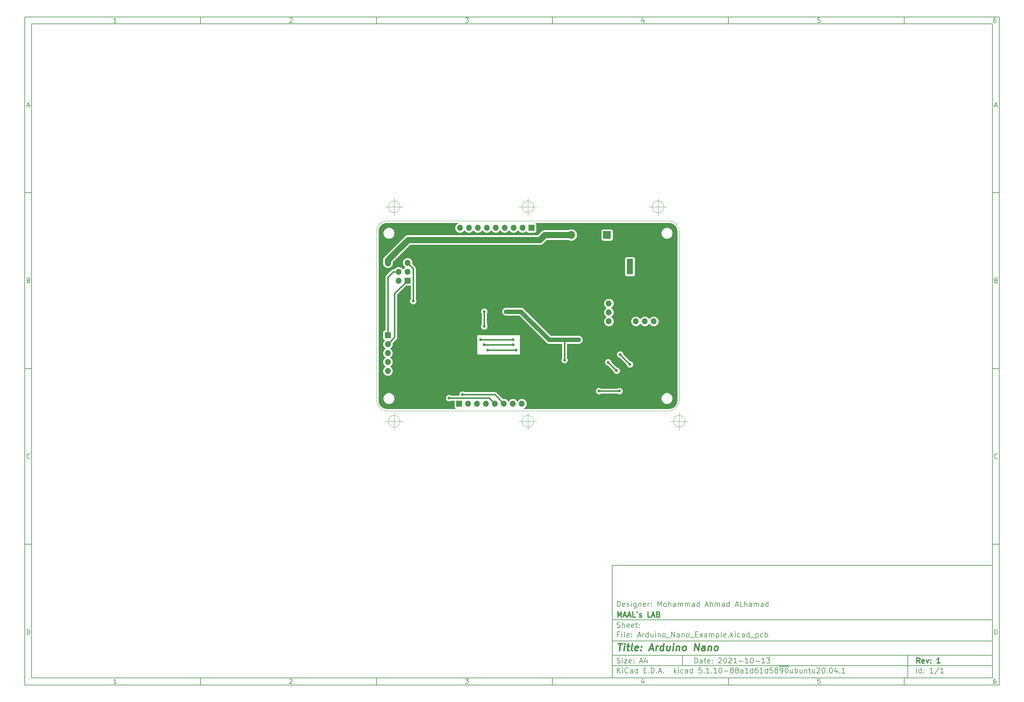
<source format=gbr>
%TF.GenerationSoftware,KiCad,Pcbnew,5.1.10-88a1d61d58~90~ubuntu20.04.1*%
%TF.CreationDate,2021-10-13T17:16:21+03:00*%
%TF.ProjectId,Arduino_Nano_Example,41726475-696e-46f5-9f4e-616e6f5f4578,1*%
%TF.SameCoordinates,Original*%
%TF.FileFunction,Copper,L2,Bot*%
%TF.FilePolarity,Positive*%
%FSLAX46Y46*%
G04 Gerber Fmt 4.6, Leading zero omitted, Abs format (unit mm)*
G04 Created by KiCad (PCBNEW 5.1.10-88a1d61d58~90~ubuntu20.04.1) date 2021-10-13 17:16:21*
%MOMM*%
%LPD*%
G01*
G04 APERTURE LIST*
%ADD10C,0.100000*%
%ADD11C,0.150000*%
%ADD12C,0.300000*%
%ADD13C,0.400000*%
%TA.AperFunction,Profile*%
%ADD14C,0.050000*%
%TD*%
%TA.AperFunction,ComponentPad*%
%ADD15O,1.700000X1.700000*%
%TD*%
%TA.AperFunction,ComponentPad*%
%ADD16R,1.700000X1.700000*%
%TD*%
%TA.AperFunction,ComponentPad*%
%ADD17O,2.200000X2.200000*%
%TD*%
%TA.AperFunction,ComponentPad*%
%ADD18R,2.200000X2.200000*%
%TD*%
%TA.AperFunction,ComponentPad*%
%ADD19O,4.000000X1.800000*%
%TD*%
%TA.AperFunction,ComponentPad*%
%ADD20O,1.800000X4.000000*%
%TD*%
%TA.AperFunction,ComponentPad*%
%ADD21R,1.800000X4.400000*%
%TD*%
%TA.AperFunction,ViaPad*%
%ADD22C,0.800000*%
%TD*%
%TA.AperFunction,Conductor*%
%ADD23C,0.400000*%
%TD*%
%TA.AperFunction,Conductor*%
%ADD24C,1.750000*%
%TD*%
%TA.AperFunction,Conductor*%
%ADD25C,1.250000*%
%TD*%
%TA.AperFunction,Conductor*%
%ADD26C,0.254000*%
%TD*%
%TA.AperFunction,Conductor*%
%ADD27C,0.100000*%
%TD*%
G04 APERTURE END LIST*
D10*
D11*
X177002200Y-166007200D02*
X177002200Y-198007200D01*
X285002200Y-198007200D01*
X285002200Y-166007200D01*
X177002200Y-166007200D01*
D10*
D11*
X10000000Y-10000000D02*
X10000000Y-200007200D01*
X287002200Y-200007200D01*
X287002200Y-10000000D01*
X10000000Y-10000000D01*
D10*
D11*
X12000000Y-12000000D02*
X12000000Y-198007200D01*
X285002200Y-198007200D01*
X285002200Y-12000000D01*
X12000000Y-12000000D01*
D10*
D11*
X60000000Y-12000000D02*
X60000000Y-10000000D01*
D10*
D11*
X110000000Y-12000000D02*
X110000000Y-10000000D01*
D10*
D11*
X160000000Y-12000000D02*
X160000000Y-10000000D01*
D10*
D11*
X210000000Y-12000000D02*
X210000000Y-10000000D01*
D10*
D11*
X260000000Y-12000000D02*
X260000000Y-10000000D01*
D10*
D11*
X36065476Y-11588095D02*
X35322619Y-11588095D01*
X35694047Y-11588095D02*
X35694047Y-10288095D01*
X35570238Y-10473809D01*
X35446428Y-10597619D01*
X35322619Y-10659523D01*
D10*
D11*
X85322619Y-10411904D02*
X85384523Y-10350000D01*
X85508333Y-10288095D01*
X85817857Y-10288095D01*
X85941666Y-10350000D01*
X86003571Y-10411904D01*
X86065476Y-10535714D01*
X86065476Y-10659523D01*
X86003571Y-10845238D01*
X85260714Y-11588095D01*
X86065476Y-11588095D01*
D10*
D11*
X135260714Y-10288095D02*
X136065476Y-10288095D01*
X135632142Y-10783333D01*
X135817857Y-10783333D01*
X135941666Y-10845238D01*
X136003571Y-10907142D01*
X136065476Y-11030952D01*
X136065476Y-11340476D01*
X136003571Y-11464285D01*
X135941666Y-11526190D01*
X135817857Y-11588095D01*
X135446428Y-11588095D01*
X135322619Y-11526190D01*
X135260714Y-11464285D01*
D10*
D11*
X185941666Y-10721428D02*
X185941666Y-11588095D01*
X185632142Y-10226190D02*
X185322619Y-11154761D01*
X186127380Y-11154761D01*
D10*
D11*
X236003571Y-10288095D02*
X235384523Y-10288095D01*
X235322619Y-10907142D01*
X235384523Y-10845238D01*
X235508333Y-10783333D01*
X235817857Y-10783333D01*
X235941666Y-10845238D01*
X236003571Y-10907142D01*
X236065476Y-11030952D01*
X236065476Y-11340476D01*
X236003571Y-11464285D01*
X235941666Y-11526190D01*
X235817857Y-11588095D01*
X235508333Y-11588095D01*
X235384523Y-11526190D01*
X235322619Y-11464285D01*
D10*
D11*
X285941666Y-10288095D02*
X285694047Y-10288095D01*
X285570238Y-10350000D01*
X285508333Y-10411904D01*
X285384523Y-10597619D01*
X285322619Y-10845238D01*
X285322619Y-11340476D01*
X285384523Y-11464285D01*
X285446428Y-11526190D01*
X285570238Y-11588095D01*
X285817857Y-11588095D01*
X285941666Y-11526190D01*
X286003571Y-11464285D01*
X286065476Y-11340476D01*
X286065476Y-11030952D01*
X286003571Y-10907142D01*
X285941666Y-10845238D01*
X285817857Y-10783333D01*
X285570238Y-10783333D01*
X285446428Y-10845238D01*
X285384523Y-10907142D01*
X285322619Y-11030952D01*
D10*
D11*
X60000000Y-198007200D02*
X60000000Y-200007200D01*
D10*
D11*
X110000000Y-198007200D02*
X110000000Y-200007200D01*
D10*
D11*
X160000000Y-198007200D02*
X160000000Y-200007200D01*
D10*
D11*
X210000000Y-198007200D02*
X210000000Y-200007200D01*
D10*
D11*
X260000000Y-198007200D02*
X260000000Y-200007200D01*
D10*
D11*
X36065476Y-199595295D02*
X35322619Y-199595295D01*
X35694047Y-199595295D02*
X35694047Y-198295295D01*
X35570238Y-198481009D01*
X35446428Y-198604819D01*
X35322619Y-198666723D01*
D10*
D11*
X85322619Y-198419104D02*
X85384523Y-198357200D01*
X85508333Y-198295295D01*
X85817857Y-198295295D01*
X85941666Y-198357200D01*
X86003571Y-198419104D01*
X86065476Y-198542914D01*
X86065476Y-198666723D01*
X86003571Y-198852438D01*
X85260714Y-199595295D01*
X86065476Y-199595295D01*
D10*
D11*
X135260714Y-198295295D02*
X136065476Y-198295295D01*
X135632142Y-198790533D01*
X135817857Y-198790533D01*
X135941666Y-198852438D01*
X136003571Y-198914342D01*
X136065476Y-199038152D01*
X136065476Y-199347676D01*
X136003571Y-199471485D01*
X135941666Y-199533390D01*
X135817857Y-199595295D01*
X135446428Y-199595295D01*
X135322619Y-199533390D01*
X135260714Y-199471485D01*
D10*
D11*
X185941666Y-198728628D02*
X185941666Y-199595295D01*
X185632142Y-198233390D02*
X185322619Y-199161961D01*
X186127380Y-199161961D01*
D10*
D11*
X236003571Y-198295295D02*
X235384523Y-198295295D01*
X235322619Y-198914342D01*
X235384523Y-198852438D01*
X235508333Y-198790533D01*
X235817857Y-198790533D01*
X235941666Y-198852438D01*
X236003571Y-198914342D01*
X236065476Y-199038152D01*
X236065476Y-199347676D01*
X236003571Y-199471485D01*
X235941666Y-199533390D01*
X235817857Y-199595295D01*
X235508333Y-199595295D01*
X235384523Y-199533390D01*
X235322619Y-199471485D01*
D10*
D11*
X285941666Y-198295295D02*
X285694047Y-198295295D01*
X285570238Y-198357200D01*
X285508333Y-198419104D01*
X285384523Y-198604819D01*
X285322619Y-198852438D01*
X285322619Y-199347676D01*
X285384523Y-199471485D01*
X285446428Y-199533390D01*
X285570238Y-199595295D01*
X285817857Y-199595295D01*
X285941666Y-199533390D01*
X286003571Y-199471485D01*
X286065476Y-199347676D01*
X286065476Y-199038152D01*
X286003571Y-198914342D01*
X285941666Y-198852438D01*
X285817857Y-198790533D01*
X285570238Y-198790533D01*
X285446428Y-198852438D01*
X285384523Y-198914342D01*
X285322619Y-199038152D01*
D10*
D11*
X10000000Y-60000000D02*
X12000000Y-60000000D01*
D10*
D11*
X10000000Y-110000000D02*
X12000000Y-110000000D01*
D10*
D11*
X10000000Y-160000000D02*
X12000000Y-160000000D01*
D10*
D11*
X10690476Y-35216666D02*
X11309523Y-35216666D01*
X10566666Y-35588095D02*
X11000000Y-34288095D01*
X11433333Y-35588095D01*
D10*
D11*
X11092857Y-84907142D02*
X11278571Y-84969047D01*
X11340476Y-85030952D01*
X11402380Y-85154761D01*
X11402380Y-85340476D01*
X11340476Y-85464285D01*
X11278571Y-85526190D01*
X11154761Y-85588095D01*
X10659523Y-85588095D01*
X10659523Y-84288095D01*
X11092857Y-84288095D01*
X11216666Y-84350000D01*
X11278571Y-84411904D01*
X11340476Y-84535714D01*
X11340476Y-84659523D01*
X11278571Y-84783333D01*
X11216666Y-84845238D01*
X11092857Y-84907142D01*
X10659523Y-84907142D01*
D10*
D11*
X11402380Y-135464285D02*
X11340476Y-135526190D01*
X11154761Y-135588095D01*
X11030952Y-135588095D01*
X10845238Y-135526190D01*
X10721428Y-135402380D01*
X10659523Y-135278571D01*
X10597619Y-135030952D01*
X10597619Y-134845238D01*
X10659523Y-134597619D01*
X10721428Y-134473809D01*
X10845238Y-134350000D01*
X11030952Y-134288095D01*
X11154761Y-134288095D01*
X11340476Y-134350000D01*
X11402380Y-134411904D01*
D10*
D11*
X10659523Y-185588095D02*
X10659523Y-184288095D01*
X10969047Y-184288095D01*
X11154761Y-184350000D01*
X11278571Y-184473809D01*
X11340476Y-184597619D01*
X11402380Y-184845238D01*
X11402380Y-185030952D01*
X11340476Y-185278571D01*
X11278571Y-185402380D01*
X11154761Y-185526190D01*
X10969047Y-185588095D01*
X10659523Y-185588095D01*
D10*
D11*
X287002200Y-60000000D02*
X285002200Y-60000000D01*
D10*
D11*
X287002200Y-110000000D02*
X285002200Y-110000000D01*
D10*
D11*
X287002200Y-160000000D02*
X285002200Y-160000000D01*
D10*
D11*
X285692676Y-35216666D02*
X286311723Y-35216666D01*
X285568866Y-35588095D02*
X286002200Y-34288095D01*
X286435533Y-35588095D01*
D10*
D11*
X286095057Y-84907142D02*
X286280771Y-84969047D01*
X286342676Y-85030952D01*
X286404580Y-85154761D01*
X286404580Y-85340476D01*
X286342676Y-85464285D01*
X286280771Y-85526190D01*
X286156961Y-85588095D01*
X285661723Y-85588095D01*
X285661723Y-84288095D01*
X286095057Y-84288095D01*
X286218866Y-84350000D01*
X286280771Y-84411904D01*
X286342676Y-84535714D01*
X286342676Y-84659523D01*
X286280771Y-84783333D01*
X286218866Y-84845238D01*
X286095057Y-84907142D01*
X285661723Y-84907142D01*
D10*
D11*
X286404580Y-135464285D02*
X286342676Y-135526190D01*
X286156961Y-135588095D01*
X286033152Y-135588095D01*
X285847438Y-135526190D01*
X285723628Y-135402380D01*
X285661723Y-135278571D01*
X285599819Y-135030952D01*
X285599819Y-134845238D01*
X285661723Y-134597619D01*
X285723628Y-134473809D01*
X285847438Y-134350000D01*
X286033152Y-134288095D01*
X286156961Y-134288095D01*
X286342676Y-134350000D01*
X286404580Y-134411904D01*
D10*
D11*
X285661723Y-185588095D02*
X285661723Y-184288095D01*
X285971247Y-184288095D01*
X286156961Y-184350000D01*
X286280771Y-184473809D01*
X286342676Y-184597619D01*
X286404580Y-184845238D01*
X286404580Y-185030952D01*
X286342676Y-185278571D01*
X286280771Y-185402380D01*
X286156961Y-185526190D01*
X285971247Y-185588095D01*
X285661723Y-185588095D01*
D10*
D11*
X200434342Y-193785771D02*
X200434342Y-192285771D01*
X200791485Y-192285771D01*
X201005771Y-192357200D01*
X201148628Y-192500057D01*
X201220057Y-192642914D01*
X201291485Y-192928628D01*
X201291485Y-193142914D01*
X201220057Y-193428628D01*
X201148628Y-193571485D01*
X201005771Y-193714342D01*
X200791485Y-193785771D01*
X200434342Y-193785771D01*
X202577200Y-193785771D02*
X202577200Y-193000057D01*
X202505771Y-192857200D01*
X202362914Y-192785771D01*
X202077200Y-192785771D01*
X201934342Y-192857200D01*
X202577200Y-193714342D02*
X202434342Y-193785771D01*
X202077200Y-193785771D01*
X201934342Y-193714342D01*
X201862914Y-193571485D01*
X201862914Y-193428628D01*
X201934342Y-193285771D01*
X202077200Y-193214342D01*
X202434342Y-193214342D01*
X202577200Y-193142914D01*
X203077200Y-192785771D02*
X203648628Y-192785771D01*
X203291485Y-192285771D02*
X203291485Y-193571485D01*
X203362914Y-193714342D01*
X203505771Y-193785771D01*
X203648628Y-193785771D01*
X204720057Y-193714342D02*
X204577200Y-193785771D01*
X204291485Y-193785771D01*
X204148628Y-193714342D01*
X204077200Y-193571485D01*
X204077200Y-193000057D01*
X204148628Y-192857200D01*
X204291485Y-192785771D01*
X204577200Y-192785771D01*
X204720057Y-192857200D01*
X204791485Y-193000057D01*
X204791485Y-193142914D01*
X204077200Y-193285771D01*
X205434342Y-193642914D02*
X205505771Y-193714342D01*
X205434342Y-193785771D01*
X205362914Y-193714342D01*
X205434342Y-193642914D01*
X205434342Y-193785771D01*
X205434342Y-192857200D02*
X205505771Y-192928628D01*
X205434342Y-193000057D01*
X205362914Y-192928628D01*
X205434342Y-192857200D01*
X205434342Y-193000057D01*
X207220057Y-192428628D02*
X207291485Y-192357200D01*
X207434342Y-192285771D01*
X207791485Y-192285771D01*
X207934342Y-192357200D01*
X208005771Y-192428628D01*
X208077200Y-192571485D01*
X208077200Y-192714342D01*
X208005771Y-192928628D01*
X207148628Y-193785771D01*
X208077200Y-193785771D01*
X209005771Y-192285771D02*
X209148628Y-192285771D01*
X209291485Y-192357200D01*
X209362914Y-192428628D01*
X209434342Y-192571485D01*
X209505771Y-192857200D01*
X209505771Y-193214342D01*
X209434342Y-193500057D01*
X209362914Y-193642914D01*
X209291485Y-193714342D01*
X209148628Y-193785771D01*
X209005771Y-193785771D01*
X208862914Y-193714342D01*
X208791485Y-193642914D01*
X208720057Y-193500057D01*
X208648628Y-193214342D01*
X208648628Y-192857200D01*
X208720057Y-192571485D01*
X208791485Y-192428628D01*
X208862914Y-192357200D01*
X209005771Y-192285771D01*
X210077200Y-192428628D02*
X210148628Y-192357200D01*
X210291485Y-192285771D01*
X210648628Y-192285771D01*
X210791485Y-192357200D01*
X210862914Y-192428628D01*
X210934342Y-192571485D01*
X210934342Y-192714342D01*
X210862914Y-192928628D01*
X210005771Y-193785771D01*
X210934342Y-193785771D01*
X212362914Y-193785771D02*
X211505771Y-193785771D01*
X211934342Y-193785771D02*
X211934342Y-192285771D01*
X211791485Y-192500057D01*
X211648628Y-192642914D01*
X211505771Y-192714342D01*
X213005771Y-193214342D02*
X214148628Y-193214342D01*
X215648628Y-193785771D02*
X214791485Y-193785771D01*
X215220057Y-193785771D02*
X215220057Y-192285771D01*
X215077200Y-192500057D01*
X214934342Y-192642914D01*
X214791485Y-192714342D01*
X216577200Y-192285771D02*
X216720057Y-192285771D01*
X216862914Y-192357200D01*
X216934342Y-192428628D01*
X217005771Y-192571485D01*
X217077200Y-192857200D01*
X217077200Y-193214342D01*
X217005771Y-193500057D01*
X216934342Y-193642914D01*
X216862914Y-193714342D01*
X216720057Y-193785771D01*
X216577200Y-193785771D01*
X216434342Y-193714342D01*
X216362914Y-193642914D01*
X216291485Y-193500057D01*
X216220057Y-193214342D01*
X216220057Y-192857200D01*
X216291485Y-192571485D01*
X216362914Y-192428628D01*
X216434342Y-192357200D01*
X216577200Y-192285771D01*
X217720057Y-193214342D02*
X218862914Y-193214342D01*
X220362914Y-193785771D02*
X219505771Y-193785771D01*
X219934342Y-193785771D02*
X219934342Y-192285771D01*
X219791485Y-192500057D01*
X219648628Y-192642914D01*
X219505771Y-192714342D01*
X220862914Y-192285771D02*
X221791485Y-192285771D01*
X221291485Y-192857200D01*
X221505771Y-192857200D01*
X221648628Y-192928628D01*
X221720057Y-193000057D01*
X221791485Y-193142914D01*
X221791485Y-193500057D01*
X221720057Y-193642914D01*
X221648628Y-193714342D01*
X221505771Y-193785771D01*
X221077200Y-193785771D01*
X220934342Y-193714342D01*
X220862914Y-193642914D01*
D10*
D11*
X177002200Y-194507200D02*
X285002200Y-194507200D01*
D10*
D11*
X178434342Y-196585771D02*
X178434342Y-195085771D01*
X179291485Y-196585771D02*
X178648628Y-195728628D01*
X179291485Y-195085771D02*
X178434342Y-195942914D01*
X179934342Y-196585771D02*
X179934342Y-195585771D01*
X179934342Y-195085771D02*
X179862914Y-195157200D01*
X179934342Y-195228628D01*
X180005771Y-195157200D01*
X179934342Y-195085771D01*
X179934342Y-195228628D01*
X181505771Y-196442914D02*
X181434342Y-196514342D01*
X181220057Y-196585771D01*
X181077200Y-196585771D01*
X180862914Y-196514342D01*
X180720057Y-196371485D01*
X180648628Y-196228628D01*
X180577200Y-195942914D01*
X180577200Y-195728628D01*
X180648628Y-195442914D01*
X180720057Y-195300057D01*
X180862914Y-195157200D01*
X181077200Y-195085771D01*
X181220057Y-195085771D01*
X181434342Y-195157200D01*
X181505771Y-195228628D01*
X182791485Y-196585771D02*
X182791485Y-195800057D01*
X182720057Y-195657200D01*
X182577200Y-195585771D01*
X182291485Y-195585771D01*
X182148628Y-195657200D01*
X182791485Y-196514342D02*
X182648628Y-196585771D01*
X182291485Y-196585771D01*
X182148628Y-196514342D01*
X182077200Y-196371485D01*
X182077200Y-196228628D01*
X182148628Y-196085771D01*
X182291485Y-196014342D01*
X182648628Y-196014342D01*
X182791485Y-195942914D01*
X184148628Y-196585771D02*
X184148628Y-195085771D01*
X184148628Y-196514342D02*
X184005771Y-196585771D01*
X183720057Y-196585771D01*
X183577200Y-196514342D01*
X183505771Y-196442914D01*
X183434342Y-196300057D01*
X183434342Y-195871485D01*
X183505771Y-195728628D01*
X183577200Y-195657200D01*
X183720057Y-195585771D01*
X184005771Y-195585771D01*
X184148628Y-195657200D01*
X186005771Y-195800057D02*
X186505771Y-195800057D01*
X186720057Y-196585771D02*
X186005771Y-196585771D01*
X186005771Y-195085771D01*
X186720057Y-195085771D01*
X187362914Y-196442914D02*
X187434342Y-196514342D01*
X187362914Y-196585771D01*
X187291485Y-196514342D01*
X187362914Y-196442914D01*
X187362914Y-196585771D01*
X188077200Y-196585771D02*
X188077200Y-195085771D01*
X188434342Y-195085771D01*
X188648628Y-195157200D01*
X188791485Y-195300057D01*
X188862914Y-195442914D01*
X188934342Y-195728628D01*
X188934342Y-195942914D01*
X188862914Y-196228628D01*
X188791485Y-196371485D01*
X188648628Y-196514342D01*
X188434342Y-196585771D01*
X188077200Y-196585771D01*
X189577200Y-196442914D02*
X189648628Y-196514342D01*
X189577200Y-196585771D01*
X189505771Y-196514342D01*
X189577200Y-196442914D01*
X189577200Y-196585771D01*
X190220057Y-196157200D02*
X190934342Y-196157200D01*
X190077200Y-196585771D02*
X190577200Y-195085771D01*
X191077200Y-196585771D01*
X191577200Y-196442914D02*
X191648628Y-196514342D01*
X191577200Y-196585771D01*
X191505771Y-196514342D01*
X191577200Y-196442914D01*
X191577200Y-196585771D01*
X194577200Y-196585771D02*
X194577200Y-195085771D01*
X194720057Y-196014342D02*
X195148628Y-196585771D01*
X195148628Y-195585771D02*
X194577200Y-196157200D01*
X195791485Y-196585771D02*
X195791485Y-195585771D01*
X195791485Y-195085771D02*
X195720057Y-195157200D01*
X195791485Y-195228628D01*
X195862914Y-195157200D01*
X195791485Y-195085771D01*
X195791485Y-195228628D01*
X197148628Y-196514342D02*
X197005771Y-196585771D01*
X196720057Y-196585771D01*
X196577200Y-196514342D01*
X196505771Y-196442914D01*
X196434342Y-196300057D01*
X196434342Y-195871485D01*
X196505771Y-195728628D01*
X196577200Y-195657200D01*
X196720057Y-195585771D01*
X197005771Y-195585771D01*
X197148628Y-195657200D01*
X198434342Y-196585771D02*
X198434342Y-195800057D01*
X198362914Y-195657200D01*
X198220057Y-195585771D01*
X197934342Y-195585771D01*
X197791485Y-195657200D01*
X198434342Y-196514342D02*
X198291485Y-196585771D01*
X197934342Y-196585771D01*
X197791485Y-196514342D01*
X197720057Y-196371485D01*
X197720057Y-196228628D01*
X197791485Y-196085771D01*
X197934342Y-196014342D01*
X198291485Y-196014342D01*
X198434342Y-195942914D01*
X199791485Y-196585771D02*
X199791485Y-195085771D01*
X199791485Y-196514342D02*
X199648628Y-196585771D01*
X199362914Y-196585771D01*
X199220057Y-196514342D01*
X199148628Y-196442914D01*
X199077200Y-196300057D01*
X199077200Y-195871485D01*
X199148628Y-195728628D01*
X199220057Y-195657200D01*
X199362914Y-195585771D01*
X199648628Y-195585771D01*
X199791485Y-195657200D01*
X202362914Y-195085771D02*
X201648628Y-195085771D01*
X201577200Y-195800057D01*
X201648628Y-195728628D01*
X201791485Y-195657200D01*
X202148628Y-195657200D01*
X202291485Y-195728628D01*
X202362914Y-195800057D01*
X202434342Y-195942914D01*
X202434342Y-196300057D01*
X202362914Y-196442914D01*
X202291485Y-196514342D01*
X202148628Y-196585771D01*
X201791485Y-196585771D01*
X201648628Y-196514342D01*
X201577200Y-196442914D01*
X203077200Y-196442914D02*
X203148628Y-196514342D01*
X203077200Y-196585771D01*
X203005771Y-196514342D01*
X203077200Y-196442914D01*
X203077200Y-196585771D01*
X204577200Y-196585771D02*
X203720057Y-196585771D01*
X204148628Y-196585771D02*
X204148628Y-195085771D01*
X204005771Y-195300057D01*
X203862914Y-195442914D01*
X203720057Y-195514342D01*
X205220057Y-196442914D02*
X205291485Y-196514342D01*
X205220057Y-196585771D01*
X205148628Y-196514342D01*
X205220057Y-196442914D01*
X205220057Y-196585771D01*
X206720057Y-196585771D02*
X205862914Y-196585771D01*
X206291485Y-196585771D02*
X206291485Y-195085771D01*
X206148628Y-195300057D01*
X206005771Y-195442914D01*
X205862914Y-195514342D01*
X207648628Y-195085771D02*
X207791485Y-195085771D01*
X207934342Y-195157200D01*
X208005771Y-195228628D01*
X208077200Y-195371485D01*
X208148628Y-195657200D01*
X208148628Y-196014342D01*
X208077200Y-196300057D01*
X208005771Y-196442914D01*
X207934342Y-196514342D01*
X207791485Y-196585771D01*
X207648628Y-196585771D01*
X207505771Y-196514342D01*
X207434342Y-196442914D01*
X207362914Y-196300057D01*
X207291485Y-196014342D01*
X207291485Y-195657200D01*
X207362914Y-195371485D01*
X207434342Y-195228628D01*
X207505771Y-195157200D01*
X207648628Y-195085771D01*
X208791485Y-196014342D02*
X209934342Y-196014342D01*
X210862914Y-195728628D02*
X210720057Y-195657200D01*
X210648628Y-195585771D01*
X210577200Y-195442914D01*
X210577200Y-195371485D01*
X210648628Y-195228628D01*
X210720057Y-195157200D01*
X210862914Y-195085771D01*
X211148628Y-195085771D01*
X211291485Y-195157200D01*
X211362914Y-195228628D01*
X211434342Y-195371485D01*
X211434342Y-195442914D01*
X211362914Y-195585771D01*
X211291485Y-195657200D01*
X211148628Y-195728628D01*
X210862914Y-195728628D01*
X210720057Y-195800057D01*
X210648628Y-195871485D01*
X210577200Y-196014342D01*
X210577200Y-196300057D01*
X210648628Y-196442914D01*
X210720057Y-196514342D01*
X210862914Y-196585771D01*
X211148628Y-196585771D01*
X211291485Y-196514342D01*
X211362914Y-196442914D01*
X211434342Y-196300057D01*
X211434342Y-196014342D01*
X211362914Y-195871485D01*
X211291485Y-195800057D01*
X211148628Y-195728628D01*
X212291485Y-195728628D02*
X212148628Y-195657200D01*
X212077200Y-195585771D01*
X212005771Y-195442914D01*
X212005771Y-195371485D01*
X212077200Y-195228628D01*
X212148628Y-195157200D01*
X212291485Y-195085771D01*
X212577200Y-195085771D01*
X212720057Y-195157200D01*
X212791485Y-195228628D01*
X212862914Y-195371485D01*
X212862914Y-195442914D01*
X212791485Y-195585771D01*
X212720057Y-195657200D01*
X212577200Y-195728628D01*
X212291485Y-195728628D01*
X212148628Y-195800057D01*
X212077200Y-195871485D01*
X212005771Y-196014342D01*
X212005771Y-196300057D01*
X212077200Y-196442914D01*
X212148628Y-196514342D01*
X212291485Y-196585771D01*
X212577200Y-196585771D01*
X212720057Y-196514342D01*
X212791485Y-196442914D01*
X212862914Y-196300057D01*
X212862914Y-196014342D01*
X212791485Y-195871485D01*
X212720057Y-195800057D01*
X212577200Y-195728628D01*
X214148628Y-196585771D02*
X214148628Y-195800057D01*
X214077200Y-195657200D01*
X213934342Y-195585771D01*
X213648628Y-195585771D01*
X213505771Y-195657200D01*
X214148628Y-196514342D02*
X214005771Y-196585771D01*
X213648628Y-196585771D01*
X213505771Y-196514342D01*
X213434342Y-196371485D01*
X213434342Y-196228628D01*
X213505771Y-196085771D01*
X213648628Y-196014342D01*
X214005771Y-196014342D01*
X214148628Y-195942914D01*
X215648628Y-196585771D02*
X214791485Y-196585771D01*
X215220057Y-196585771D02*
X215220057Y-195085771D01*
X215077200Y-195300057D01*
X214934342Y-195442914D01*
X214791485Y-195514342D01*
X216934342Y-196585771D02*
X216934342Y-195085771D01*
X216934342Y-196514342D02*
X216791485Y-196585771D01*
X216505771Y-196585771D01*
X216362914Y-196514342D01*
X216291485Y-196442914D01*
X216220057Y-196300057D01*
X216220057Y-195871485D01*
X216291485Y-195728628D01*
X216362914Y-195657200D01*
X216505771Y-195585771D01*
X216791485Y-195585771D01*
X216934342Y-195657200D01*
X218291485Y-195085771D02*
X218005771Y-195085771D01*
X217862914Y-195157200D01*
X217791485Y-195228628D01*
X217648628Y-195442914D01*
X217577200Y-195728628D01*
X217577200Y-196300057D01*
X217648628Y-196442914D01*
X217720057Y-196514342D01*
X217862914Y-196585771D01*
X218148628Y-196585771D01*
X218291485Y-196514342D01*
X218362914Y-196442914D01*
X218434342Y-196300057D01*
X218434342Y-195942914D01*
X218362914Y-195800057D01*
X218291485Y-195728628D01*
X218148628Y-195657200D01*
X217862914Y-195657200D01*
X217720057Y-195728628D01*
X217648628Y-195800057D01*
X217577200Y-195942914D01*
X219862914Y-196585771D02*
X219005771Y-196585771D01*
X219434342Y-196585771D02*
X219434342Y-195085771D01*
X219291485Y-195300057D01*
X219148628Y-195442914D01*
X219005771Y-195514342D01*
X221148628Y-196585771D02*
X221148628Y-195085771D01*
X221148628Y-196514342D02*
X221005771Y-196585771D01*
X220720057Y-196585771D01*
X220577200Y-196514342D01*
X220505771Y-196442914D01*
X220434342Y-196300057D01*
X220434342Y-195871485D01*
X220505771Y-195728628D01*
X220577200Y-195657200D01*
X220720057Y-195585771D01*
X221005771Y-195585771D01*
X221148628Y-195657200D01*
X222577200Y-195085771D02*
X221862914Y-195085771D01*
X221791485Y-195800057D01*
X221862914Y-195728628D01*
X222005771Y-195657200D01*
X222362914Y-195657200D01*
X222505771Y-195728628D01*
X222577200Y-195800057D01*
X222648628Y-195942914D01*
X222648628Y-196300057D01*
X222577200Y-196442914D01*
X222505771Y-196514342D01*
X222362914Y-196585771D01*
X222005771Y-196585771D01*
X221862914Y-196514342D01*
X221791485Y-196442914D01*
X223505771Y-195728628D02*
X223362914Y-195657200D01*
X223291485Y-195585771D01*
X223220057Y-195442914D01*
X223220057Y-195371485D01*
X223291485Y-195228628D01*
X223362914Y-195157200D01*
X223505771Y-195085771D01*
X223791485Y-195085771D01*
X223934342Y-195157200D01*
X224005771Y-195228628D01*
X224077200Y-195371485D01*
X224077200Y-195442914D01*
X224005771Y-195585771D01*
X223934342Y-195657200D01*
X223791485Y-195728628D01*
X223505771Y-195728628D01*
X223362914Y-195800057D01*
X223291485Y-195871485D01*
X223220057Y-196014342D01*
X223220057Y-196300057D01*
X223291485Y-196442914D01*
X223362914Y-196514342D01*
X223505771Y-196585771D01*
X223791485Y-196585771D01*
X223934342Y-196514342D01*
X224005771Y-196442914D01*
X224077200Y-196300057D01*
X224077200Y-196014342D01*
X224005771Y-195871485D01*
X223934342Y-195800057D01*
X223791485Y-195728628D01*
X224362914Y-194677200D02*
X225791485Y-194677200D01*
X224791485Y-196585771D02*
X225077200Y-196585771D01*
X225220057Y-196514342D01*
X225291485Y-196442914D01*
X225434342Y-196228628D01*
X225505771Y-195942914D01*
X225505771Y-195371485D01*
X225434342Y-195228628D01*
X225362914Y-195157200D01*
X225220057Y-195085771D01*
X224934342Y-195085771D01*
X224791485Y-195157200D01*
X224720057Y-195228628D01*
X224648628Y-195371485D01*
X224648628Y-195728628D01*
X224720057Y-195871485D01*
X224791485Y-195942914D01*
X224934342Y-196014342D01*
X225220057Y-196014342D01*
X225362914Y-195942914D01*
X225434342Y-195871485D01*
X225505771Y-195728628D01*
X225791485Y-194677200D02*
X227220057Y-194677200D01*
X226434342Y-195085771D02*
X226577199Y-195085771D01*
X226720057Y-195157200D01*
X226791485Y-195228628D01*
X226862914Y-195371485D01*
X226934342Y-195657200D01*
X226934342Y-196014342D01*
X226862914Y-196300057D01*
X226791485Y-196442914D01*
X226720057Y-196514342D01*
X226577199Y-196585771D01*
X226434342Y-196585771D01*
X226291485Y-196514342D01*
X226220057Y-196442914D01*
X226148628Y-196300057D01*
X226077199Y-196014342D01*
X226077199Y-195657200D01*
X226148628Y-195371485D01*
X226220057Y-195228628D01*
X226291485Y-195157200D01*
X226434342Y-195085771D01*
X228220057Y-195585771D02*
X228220057Y-196585771D01*
X227577199Y-195585771D02*
X227577199Y-196371485D01*
X227648628Y-196514342D01*
X227791485Y-196585771D01*
X228005771Y-196585771D01*
X228148628Y-196514342D01*
X228220057Y-196442914D01*
X228934342Y-196585771D02*
X228934342Y-195085771D01*
X228934342Y-195657200D02*
X229077199Y-195585771D01*
X229362914Y-195585771D01*
X229505771Y-195657200D01*
X229577199Y-195728628D01*
X229648628Y-195871485D01*
X229648628Y-196300057D01*
X229577199Y-196442914D01*
X229505771Y-196514342D01*
X229362914Y-196585771D01*
X229077199Y-196585771D01*
X228934342Y-196514342D01*
X230934342Y-195585771D02*
X230934342Y-196585771D01*
X230291485Y-195585771D02*
X230291485Y-196371485D01*
X230362914Y-196514342D01*
X230505771Y-196585771D01*
X230720057Y-196585771D01*
X230862914Y-196514342D01*
X230934342Y-196442914D01*
X231648628Y-195585771D02*
X231648628Y-196585771D01*
X231648628Y-195728628D02*
X231720057Y-195657200D01*
X231862914Y-195585771D01*
X232077199Y-195585771D01*
X232220057Y-195657200D01*
X232291485Y-195800057D01*
X232291485Y-196585771D01*
X232791485Y-195585771D02*
X233362914Y-195585771D01*
X233005771Y-195085771D02*
X233005771Y-196371485D01*
X233077199Y-196514342D01*
X233220057Y-196585771D01*
X233362914Y-196585771D01*
X234505771Y-195585771D02*
X234505771Y-196585771D01*
X233862914Y-195585771D02*
X233862914Y-196371485D01*
X233934342Y-196514342D01*
X234077200Y-196585771D01*
X234291485Y-196585771D01*
X234434342Y-196514342D01*
X234505771Y-196442914D01*
X235148628Y-195228628D02*
X235220057Y-195157200D01*
X235362914Y-195085771D01*
X235720057Y-195085771D01*
X235862914Y-195157200D01*
X235934342Y-195228628D01*
X236005771Y-195371485D01*
X236005771Y-195514342D01*
X235934342Y-195728628D01*
X235077200Y-196585771D01*
X236005771Y-196585771D01*
X236934342Y-195085771D02*
X237077199Y-195085771D01*
X237220057Y-195157200D01*
X237291485Y-195228628D01*
X237362914Y-195371485D01*
X237434342Y-195657200D01*
X237434342Y-196014342D01*
X237362914Y-196300057D01*
X237291485Y-196442914D01*
X237220057Y-196514342D01*
X237077199Y-196585771D01*
X236934342Y-196585771D01*
X236791485Y-196514342D01*
X236720057Y-196442914D01*
X236648628Y-196300057D01*
X236577199Y-196014342D01*
X236577199Y-195657200D01*
X236648628Y-195371485D01*
X236720057Y-195228628D01*
X236791485Y-195157200D01*
X236934342Y-195085771D01*
X238077199Y-196442914D02*
X238148628Y-196514342D01*
X238077199Y-196585771D01*
X238005771Y-196514342D01*
X238077199Y-196442914D01*
X238077199Y-196585771D01*
X239077199Y-195085771D02*
X239220057Y-195085771D01*
X239362914Y-195157200D01*
X239434342Y-195228628D01*
X239505771Y-195371485D01*
X239577199Y-195657200D01*
X239577199Y-196014342D01*
X239505771Y-196300057D01*
X239434342Y-196442914D01*
X239362914Y-196514342D01*
X239220057Y-196585771D01*
X239077199Y-196585771D01*
X238934342Y-196514342D01*
X238862914Y-196442914D01*
X238791485Y-196300057D01*
X238720057Y-196014342D01*
X238720057Y-195657200D01*
X238791485Y-195371485D01*
X238862914Y-195228628D01*
X238934342Y-195157200D01*
X239077199Y-195085771D01*
X240862914Y-195585771D02*
X240862914Y-196585771D01*
X240505771Y-195014342D02*
X240148628Y-196085771D01*
X241077199Y-196085771D01*
X241648628Y-196442914D02*
X241720057Y-196514342D01*
X241648628Y-196585771D01*
X241577199Y-196514342D01*
X241648628Y-196442914D01*
X241648628Y-196585771D01*
X243148628Y-196585771D02*
X242291485Y-196585771D01*
X242720057Y-196585771D02*
X242720057Y-195085771D01*
X242577199Y-195300057D01*
X242434342Y-195442914D01*
X242291485Y-195514342D01*
D10*
D11*
X177002200Y-191507200D02*
X285002200Y-191507200D01*
D10*
D12*
X264411485Y-193785771D02*
X263911485Y-193071485D01*
X263554342Y-193785771D02*
X263554342Y-192285771D01*
X264125771Y-192285771D01*
X264268628Y-192357200D01*
X264340057Y-192428628D01*
X264411485Y-192571485D01*
X264411485Y-192785771D01*
X264340057Y-192928628D01*
X264268628Y-193000057D01*
X264125771Y-193071485D01*
X263554342Y-193071485D01*
X265625771Y-193714342D02*
X265482914Y-193785771D01*
X265197200Y-193785771D01*
X265054342Y-193714342D01*
X264982914Y-193571485D01*
X264982914Y-193000057D01*
X265054342Y-192857200D01*
X265197200Y-192785771D01*
X265482914Y-192785771D01*
X265625771Y-192857200D01*
X265697200Y-193000057D01*
X265697200Y-193142914D01*
X264982914Y-193285771D01*
X266197200Y-192785771D02*
X266554342Y-193785771D01*
X266911485Y-192785771D01*
X267482914Y-193642914D02*
X267554342Y-193714342D01*
X267482914Y-193785771D01*
X267411485Y-193714342D01*
X267482914Y-193642914D01*
X267482914Y-193785771D01*
X267482914Y-192857200D02*
X267554342Y-192928628D01*
X267482914Y-193000057D01*
X267411485Y-192928628D01*
X267482914Y-192857200D01*
X267482914Y-193000057D01*
X270125771Y-193785771D02*
X269268628Y-193785771D01*
X269697200Y-193785771D02*
X269697200Y-192285771D01*
X269554342Y-192500057D01*
X269411485Y-192642914D01*
X269268628Y-192714342D01*
D10*
D11*
X178362914Y-193714342D02*
X178577200Y-193785771D01*
X178934342Y-193785771D01*
X179077200Y-193714342D01*
X179148628Y-193642914D01*
X179220057Y-193500057D01*
X179220057Y-193357200D01*
X179148628Y-193214342D01*
X179077200Y-193142914D01*
X178934342Y-193071485D01*
X178648628Y-193000057D01*
X178505771Y-192928628D01*
X178434342Y-192857200D01*
X178362914Y-192714342D01*
X178362914Y-192571485D01*
X178434342Y-192428628D01*
X178505771Y-192357200D01*
X178648628Y-192285771D01*
X179005771Y-192285771D01*
X179220057Y-192357200D01*
X179862914Y-193785771D02*
X179862914Y-192785771D01*
X179862914Y-192285771D02*
X179791485Y-192357200D01*
X179862914Y-192428628D01*
X179934342Y-192357200D01*
X179862914Y-192285771D01*
X179862914Y-192428628D01*
X180434342Y-192785771D02*
X181220057Y-192785771D01*
X180434342Y-193785771D01*
X181220057Y-193785771D01*
X182362914Y-193714342D02*
X182220057Y-193785771D01*
X181934342Y-193785771D01*
X181791485Y-193714342D01*
X181720057Y-193571485D01*
X181720057Y-193000057D01*
X181791485Y-192857200D01*
X181934342Y-192785771D01*
X182220057Y-192785771D01*
X182362914Y-192857200D01*
X182434342Y-193000057D01*
X182434342Y-193142914D01*
X181720057Y-193285771D01*
X183077200Y-193642914D02*
X183148628Y-193714342D01*
X183077200Y-193785771D01*
X183005771Y-193714342D01*
X183077200Y-193642914D01*
X183077200Y-193785771D01*
X183077200Y-192857200D02*
X183148628Y-192928628D01*
X183077200Y-193000057D01*
X183005771Y-192928628D01*
X183077200Y-192857200D01*
X183077200Y-193000057D01*
X184862914Y-193357200D02*
X185577200Y-193357200D01*
X184720057Y-193785771D02*
X185220057Y-192285771D01*
X185720057Y-193785771D01*
X186862914Y-192785771D02*
X186862914Y-193785771D01*
X186505771Y-192214342D02*
X186148628Y-193285771D01*
X187077200Y-193285771D01*
D10*
D11*
X263434342Y-196585771D02*
X263434342Y-195085771D01*
X264791485Y-196585771D02*
X264791485Y-195085771D01*
X264791485Y-196514342D02*
X264648628Y-196585771D01*
X264362914Y-196585771D01*
X264220057Y-196514342D01*
X264148628Y-196442914D01*
X264077200Y-196300057D01*
X264077200Y-195871485D01*
X264148628Y-195728628D01*
X264220057Y-195657200D01*
X264362914Y-195585771D01*
X264648628Y-195585771D01*
X264791485Y-195657200D01*
X265505771Y-196442914D02*
X265577200Y-196514342D01*
X265505771Y-196585771D01*
X265434342Y-196514342D01*
X265505771Y-196442914D01*
X265505771Y-196585771D01*
X265505771Y-195657200D02*
X265577200Y-195728628D01*
X265505771Y-195800057D01*
X265434342Y-195728628D01*
X265505771Y-195657200D01*
X265505771Y-195800057D01*
X268148628Y-196585771D02*
X267291485Y-196585771D01*
X267720057Y-196585771D02*
X267720057Y-195085771D01*
X267577200Y-195300057D01*
X267434342Y-195442914D01*
X267291485Y-195514342D01*
X269862914Y-195014342D02*
X268577200Y-196942914D01*
X271148628Y-196585771D02*
X270291485Y-196585771D01*
X270720057Y-196585771D02*
X270720057Y-195085771D01*
X270577200Y-195300057D01*
X270434342Y-195442914D01*
X270291485Y-195514342D01*
D10*
D11*
X177002200Y-187507200D02*
X285002200Y-187507200D01*
D10*
D13*
X178714580Y-188211961D02*
X179857438Y-188211961D01*
X179036009Y-190211961D02*
X179286009Y-188211961D01*
X180274104Y-190211961D02*
X180440771Y-188878628D01*
X180524104Y-188211961D02*
X180416961Y-188307200D01*
X180500295Y-188402438D01*
X180607438Y-188307200D01*
X180524104Y-188211961D01*
X180500295Y-188402438D01*
X181107438Y-188878628D02*
X181869342Y-188878628D01*
X181476485Y-188211961D02*
X181262200Y-189926247D01*
X181333628Y-190116723D01*
X181512200Y-190211961D01*
X181702676Y-190211961D01*
X182655057Y-190211961D02*
X182476485Y-190116723D01*
X182405057Y-189926247D01*
X182619342Y-188211961D01*
X184190771Y-190116723D02*
X183988390Y-190211961D01*
X183607438Y-190211961D01*
X183428866Y-190116723D01*
X183357438Y-189926247D01*
X183452676Y-189164342D01*
X183571723Y-188973866D01*
X183774104Y-188878628D01*
X184155057Y-188878628D01*
X184333628Y-188973866D01*
X184405057Y-189164342D01*
X184381247Y-189354819D01*
X183405057Y-189545295D01*
X185155057Y-190021485D02*
X185238390Y-190116723D01*
X185131247Y-190211961D01*
X185047914Y-190116723D01*
X185155057Y-190021485D01*
X185131247Y-190211961D01*
X185286009Y-188973866D02*
X185369342Y-189069104D01*
X185262200Y-189164342D01*
X185178866Y-189069104D01*
X185286009Y-188973866D01*
X185262200Y-189164342D01*
X187583628Y-189640533D02*
X188536009Y-189640533D01*
X187321723Y-190211961D02*
X188238390Y-188211961D01*
X188655057Y-190211961D01*
X189321723Y-190211961D02*
X189488390Y-188878628D01*
X189440771Y-189259580D02*
X189559819Y-189069104D01*
X189666961Y-188973866D01*
X189869342Y-188878628D01*
X190059819Y-188878628D01*
X191416961Y-190211961D02*
X191666961Y-188211961D01*
X191428866Y-190116723D02*
X191226485Y-190211961D01*
X190845533Y-190211961D01*
X190666961Y-190116723D01*
X190583628Y-190021485D01*
X190512200Y-189831009D01*
X190583628Y-189259580D01*
X190702676Y-189069104D01*
X190809819Y-188973866D01*
X191012200Y-188878628D01*
X191393152Y-188878628D01*
X191571723Y-188973866D01*
X193393152Y-188878628D02*
X193226485Y-190211961D01*
X192536009Y-188878628D02*
X192405057Y-189926247D01*
X192476485Y-190116723D01*
X192655057Y-190211961D01*
X192940771Y-190211961D01*
X193143152Y-190116723D01*
X193250295Y-190021485D01*
X194178866Y-190211961D02*
X194345533Y-188878628D01*
X194428866Y-188211961D02*
X194321723Y-188307200D01*
X194405057Y-188402438D01*
X194512200Y-188307200D01*
X194428866Y-188211961D01*
X194405057Y-188402438D01*
X195297914Y-188878628D02*
X195131247Y-190211961D01*
X195274104Y-189069104D02*
X195381247Y-188973866D01*
X195583628Y-188878628D01*
X195869342Y-188878628D01*
X196047914Y-188973866D01*
X196119342Y-189164342D01*
X195988390Y-190211961D01*
X197226485Y-190211961D02*
X197047914Y-190116723D01*
X196964580Y-190021485D01*
X196893152Y-189831009D01*
X196964580Y-189259580D01*
X197083628Y-189069104D01*
X197190771Y-188973866D01*
X197393152Y-188878628D01*
X197678866Y-188878628D01*
X197857438Y-188973866D01*
X197940771Y-189069104D01*
X198012200Y-189259580D01*
X197940771Y-189831009D01*
X197821723Y-190021485D01*
X197714580Y-190116723D01*
X197512200Y-190211961D01*
X197226485Y-190211961D01*
X200274104Y-190211961D02*
X200524104Y-188211961D01*
X201416961Y-190211961D01*
X201666961Y-188211961D01*
X203226485Y-190211961D02*
X203357438Y-189164342D01*
X203286009Y-188973866D01*
X203107438Y-188878628D01*
X202726485Y-188878628D01*
X202524104Y-188973866D01*
X203238390Y-190116723D02*
X203036009Y-190211961D01*
X202559819Y-190211961D01*
X202381247Y-190116723D01*
X202309819Y-189926247D01*
X202333628Y-189735771D01*
X202452676Y-189545295D01*
X202655057Y-189450057D01*
X203131247Y-189450057D01*
X203333628Y-189354819D01*
X204345533Y-188878628D02*
X204178866Y-190211961D01*
X204321723Y-189069104D02*
X204428866Y-188973866D01*
X204631247Y-188878628D01*
X204916961Y-188878628D01*
X205095533Y-188973866D01*
X205166961Y-189164342D01*
X205036009Y-190211961D01*
X206274104Y-190211961D02*
X206095533Y-190116723D01*
X206012200Y-190021485D01*
X205940771Y-189831009D01*
X206012200Y-189259580D01*
X206131247Y-189069104D01*
X206238390Y-188973866D01*
X206440771Y-188878628D01*
X206726485Y-188878628D01*
X206905057Y-188973866D01*
X206988390Y-189069104D01*
X207059819Y-189259580D01*
X206988390Y-189831009D01*
X206869342Y-190021485D01*
X206762200Y-190116723D01*
X206559819Y-190211961D01*
X206274104Y-190211961D01*
D10*
D11*
X178934342Y-185600057D02*
X178434342Y-185600057D01*
X178434342Y-186385771D02*
X178434342Y-184885771D01*
X179148628Y-184885771D01*
X179720057Y-186385771D02*
X179720057Y-185385771D01*
X179720057Y-184885771D02*
X179648628Y-184957200D01*
X179720057Y-185028628D01*
X179791485Y-184957200D01*
X179720057Y-184885771D01*
X179720057Y-185028628D01*
X180648628Y-186385771D02*
X180505771Y-186314342D01*
X180434342Y-186171485D01*
X180434342Y-184885771D01*
X181791485Y-186314342D02*
X181648628Y-186385771D01*
X181362914Y-186385771D01*
X181220057Y-186314342D01*
X181148628Y-186171485D01*
X181148628Y-185600057D01*
X181220057Y-185457200D01*
X181362914Y-185385771D01*
X181648628Y-185385771D01*
X181791485Y-185457200D01*
X181862914Y-185600057D01*
X181862914Y-185742914D01*
X181148628Y-185885771D01*
X182505771Y-186242914D02*
X182577200Y-186314342D01*
X182505771Y-186385771D01*
X182434342Y-186314342D01*
X182505771Y-186242914D01*
X182505771Y-186385771D01*
X182505771Y-185457200D02*
X182577200Y-185528628D01*
X182505771Y-185600057D01*
X182434342Y-185528628D01*
X182505771Y-185457200D01*
X182505771Y-185600057D01*
X184291485Y-185957200D02*
X185005771Y-185957200D01*
X184148628Y-186385771D02*
X184648628Y-184885771D01*
X185148628Y-186385771D01*
X185648628Y-186385771D02*
X185648628Y-185385771D01*
X185648628Y-185671485D02*
X185720057Y-185528628D01*
X185791485Y-185457200D01*
X185934342Y-185385771D01*
X186077200Y-185385771D01*
X187220057Y-186385771D02*
X187220057Y-184885771D01*
X187220057Y-186314342D02*
X187077200Y-186385771D01*
X186791485Y-186385771D01*
X186648628Y-186314342D01*
X186577200Y-186242914D01*
X186505771Y-186100057D01*
X186505771Y-185671485D01*
X186577200Y-185528628D01*
X186648628Y-185457200D01*
X186791485Y-185385771D01*
X187077200Y-185385771D01*
X187220057Y-185457200D01*
X188577200Y-185385771D02*
X188577200Y-186385771D01*
X187934342Y-185385771D02*
X187934342Y-186171485D01*
X188005771Y-186314342D01*
X188148628Y-186385771D01*
X188362914Y-186385771D01*
X188505771Y-186314342D01*
X188577200Y-186242914D01*
X189291485Y-186385771D02*
X189291485Y-185385771D01*
X189291485Y-184885771D02*
X189220057Y-184957200D01*
X189291485Y-185028628D01*
X189362914Y-184957200D01*
X189291485Y-184885771D01*
X189291485Y-185028628D01*
X190005771Y-185385771D02*
X190005771Y-186385771D01*
X190005771Y-185528628D02*
X190077200Y-185457200D01*
X190220057Y-185385771D01*
X190434342Y-185385771D01*
X190577200Y-185457200D01*
X190648628Y-185600057D01*
X190648628Y-186385771D01*
X191577200Y-186385771D02*
X191434342Y-186314342D01*
X191362914Y-186242914D01*
X191291485Y-186100057D01*
X191291485Y-185671485D01*
X191362914Y-185528628D01*
X191434342Y-185457200D01*
X191577200Y-185385771D01*
X191791485Y-185385771D01*
X191934342Y-185457200D01*
X192005771Y-185528628D01*
X192077200Y-185671485D01*
X192077200Y-186100057D01*
X192005771Y-186242914D01*
X191934342Y-186314342D01*
X191791485Y-186385771D01*
X191577200Y-186385771D01*
X192362914Y-186528628D02*
X193505771Y-186528628D01*
X193862914Y-186385771D02*
X193862914Y-184885771D01*
X194720057Y-186385771D01*
X194720057Y-184885771D01*
X196077200Y-186385771D02*
X196077200Y-185600057D01*
X196005771Y-185457200D01*
X195862914Y-185385771D01*
X195577200Y-185385771D01*
X195434342Y-185457200D01*
X196077200Y-186314342D02*
X195934342Y-186385771D01*
X195577200Y-186385771D01*
X195434342Y-186314342D01*
X195362914Y-186171485D01*
X195362914Y-186028628D01*
X195434342Y-185885771D01*
X195577200Y-185814342D01*
X195934342Y-185814342D01*
X196077200Y-185742914D01*
X196791485Y-185385771D02*
X196791485Y-186385771D01*
X196791485Y-185528628D02*
X196862914Y-185457200D01*
X197005771Y-185385771D01*
X197220057Y-185385771D01*
X197362914Y-185457200D01*
X197434342Y-185600057D01*
X197434342Y-186385771D01*
X198362914Y-186385771D02*
X198220057Y-186314342D01*
X198148628Y-186242914D01*
X198077200Y-186100057D01*
X198077200Y-185671485D01*
X198148628Y-185528628D01*
X198220057Y-185457200D01*
X198362914Y-185385771D01*
X198577200Y-185385771D01*
X198720057Y-185457200D01*
X198791485Y-185528628D01*
X198862914Y-185671485D01*
X198862914Y-186100057D01*
X198791485Y-186242914D01*
X198720057Y-186314342D01*
X198577200Y-186385771D01*
X198362914Y-186385771D01*
X199148628Y-186528628D02*
X200291485Y-186528628D01*
X200648628Y-185600057D02*
X201148628Y-185600057D01*
X201362914Y-186385771D02*
X200648628Y-186385771D01*
X200648628Y-184885771D01*
X201362914Y-184885771D01*
X201862914Y-186385771D02*
X202648628Y-185385771D01*
X201862914Y-185385771D02*
X202648628Y-186385771D01*
X203862914Y-186385771D02*
X203862914Y-185600057D01*
X203791485Y-185457200D01*
X203648628Y-185385771D01*
X203362914Y-185385771D01*
X203220057Y-185457200D01*
X203862914Y-186314342D02*
X203720057Y-186385771D01*
X203362914Y-186385771D01*
X203220057Y-186314342D01*
X203148628Y-186171485D01*
X203148628Y-186028628D01*
X203220057Y-185885771D01*
X203362914Y-185814342D01*
X203720057Y-185814342D01*
X203862914Y-185742914D01*
X204577200Y-186385771D02*
X204577200Y-185385771D01*
X204577200Y-185528628D02*
X204648628Y-185457200D01*
X204791485Y-185385771D01*
X205005771Y-185385771D01*
X205148628Y-185457200D01*
X205220057Y-185600057D01*
X205220057Y-186385771D01*
X205220057Y-185600057D02*
X205291485Y-185457200D01*
X205434342Y-185385771D01*
X205648628Y-185385771D01*
X205791485Y-185457200D01*
X205862914Y-185600057D01*
X205862914Y-186385771D01*
X206577200Y-185385771D02*
X206577200Y-186885771D01*
X206577200Y-185457200D02*
X206720057Y-185385771D01*
X207005771Y-185385771D01*
X207148628Y-185457200D01*
X207220057Y-185528628D01*
X207291485Y-185671485D01*
X207291485Y-186100057D01*
X207220057Y-186242914D01*
X207148628Y-186314342D01*
X207005771Y-186385771D01*
X206720057Y-186385771D01*
X206577200Y-186314342D01*
X208148628Y-186385771D02*
X208005771Y-186314342D01*
X207934342Y-186171485D01*
X207934342Y-184885771D01*
X209291485Y-186314342D02*
X209148628Y-186385771D01*
X208862914Y-186385771D01*
X208720057Y-186314342D01*
X208648628Y-186171485D01*
X208648628Y-185600057D01*
X208720057Y-185457200D01*
X208862914Y-185385771D01*
X209148628Y-185385771D01*
X209291485Y-185457200D01*
X209362914Y-185600057D01*
X209362914Y-185742914D01*
X208648628Y-185885771D01*
X210005771Y-186242914D02*
X210077200Y-186314342D01*
X210005771Y-186385771D01*
X209934342Y-186314342D01*
X210005771Y-186242914D01*
X210005771Y-186385771D01*
X210720057Y-186385771D02*
X210720057Y-184885771D01*
X210862914Y-185814342D02*
X211291485Y-186385771D01*
X211291485Y-185385771D02*
X210720057Y-185957200D01*
X211934342Y-186385771D02*
X211934342Y-185385771D01*
X211934342Y-184885771D02*
X211862914Y-184957200D01*
X211934342Y-185028628D01*
X212005771Y-184957200D01*
X211934342Y-184885771D01*
X211934342Y-185028628D01*
X213291485Y-186314342D02*
X213148628Y-186385771D01*
X212862914Y-186385771D01*
X212720057Y-186314342D01*
X212648628Y-186242914D01*
X212577200Y-186100057D01*
X212577200Y-185671485D01*
X212648628Y-185528628D01*
X212720057Y-185457200D01*
X212862914Y-185385771D01*
X213148628Y-185385771D01*
X213291485Y-185457200D01*
X214577200Y-186385771D02*
X214577200Y-185600057D01*
X214505771Y-185457200D01*
X214362914Y-185385771D01*
X214077200Y-185385771D01*
X213934342Y-185457200D01*
X214577200Y-186314342D02*
X214434342Y-186385771D01*
X214077200Y-186385771D01*
X213934342Y-186314342D01*
X213862914Y-186171485D01*
X213862914Y-186028628D01*
X213934342Y-185885771D01*
X214077200Y-185814342D01*
X214434342Y-185814342D01*
X214577200Y-185742914D01*
X215934342Y-186385771D02*
X215934342Y-184885771D01*
X215934342Y-186314342D02*
X215791485Y-186385771D01*
X215505771Y-186385771D01*
X215362914Y-186314342D01*
X215291485Y-186242914D01*
X215220057Y-186100057D01*
X215220057Y-185671485D01*
X215291485Y-185528628D01*
X215362914Y-185457200D01*
X215505771Y-185385771D01*
X215791485Y-185385771D01*
X215934342Y-185457200D01*
X216291485Y-186528628D02*
X217434342Y-186528628D01*
X217791485Y-185385771D02*
X217791485Y-186885771D01*
X217791485Y-185457200D02*
X217934342Y-185385771D01*
X218220057Y-185385771D01*
X218362914Y-185457200D01*
X218434342Y-185528628D01*
X218505771Y-185671485D01*
X218505771Y-186100057D01*
X218434342Y-186242914D01*
X218362914Y-186314342D01*
X218220057Y-186385771D01*
X217934342Y-186385771D01*
X217791485Y-186314342D01*
X219791485Y-186314342D02*
X219648628Y-186385771D01*
X219362914Y-186385771D01*
X219220057Y-186314342D01*
X219148628Y-186242914D01*
X219077200Y-186100057D01*
X219077200Y-185671485D01*
X219148628Y-185528628D01*
X219220057Y-185457200D01*
X219362914Y-185385771D01*
X219648628Y-185385771D01*
X219791485Y-185457200D01*
X220434342Y-186385771D02*
X220434342Y-184885771D01*
X220434342Y-185457200D02*
X220577200Y-185385771D01*
X220862914Y-185385771D01*
X221005771Y-185457200D01*
X221077200Y-185528628D01*
X221148628Y-185671485D01*
X221148628Y-186100057D01*
X221077200Y-186242914D01*
X221005771Y-186314342D01*
X220862914Y-186385771D01*
X220577200Y-186385771D01*
X220434342Y-186314342D01*
D10*
D11*
X177002200Y-181507200D02*
X285002200Y-181507200D01*
D10*
D11*
X178362914Y-183614342D02*
X178577200Y-183685771D01*
X178934342Y-183685771D01*
X179077200Y-183614342D01*
X179148628Y-183542914D01*
X179220057Y-183400057D01*
X179220057Y-183257200D01*
X179148628Y-183114342D01*
X179077200Y-183042914D01*
X178934342Y-182971485D01*
X178648628Y-182900057D01*
X178505771Y-182828628D01*
X178434342Y-182757200D01*
X178362914Y-182614342D01*
X178362914Y-182471485D01*
X178434342Y-182328628D01*
X178505771Y-182257200D01*
X178648628Y-182185771D01*
X179005771Y-182185771D01*
X179220057Y-182257200D01*
X179862914Y-183685771D02*
X179862914Y-182185771D01*
X180505771Y-183685771D02*
X180505771Y-182900057D01*
X180434342Y-182757200D01*
X180291485Y-182685771D01*
X180077200Y-182685771D01*
X179934342Y-182757200D01*
X179862914Y-182828628D01*
X181791485Y-183614342D02*
X181648628Y-183685771D01*
X181362914Y-183685771D01*
X181220057Y-183614342D01*
X181148628Y-183471485D01*
X181148628Y-182900057D01*
X181220057Y-182757200D01*
X181362914Y-182685771D01*
X181648628Y-182685771D01*
X181791485Y-182757200D01*
X181862914Y-182900057D01*
X181862914Y-183042914D01*
X181148628Y-183185771D01*
X183077200Y-183614342D02*
X182934342Y-183685771D01*
X182648628Y-183685771D01*
X182505771Y-183614342D01*
X182434342Y-183471485D01*
X182434342Y-182900057D01*
X182505771Y-182757200D01*
X182648628Y-182685771D01*
X182934342Y-182685771D01*
X183077200Y-182757200D01*
X183148628Y-182900057D01*
X183148628Y-183042914D01*
X182434342Y-183185771D01*
X183577200Y-182685771D02*
X184148628Y-182685771D01*
X183791485Y-182185771D02*
X183791485Y-183471485D01*
X183862914Y-183614342D01*
X184005771Y-183685771D01*
X184148628Y-183685771D01*
X184648628Y-183542914D02*
X184720057Y-183614342D01*
X184648628Y-183685771D01*
X184577200Y-183614342D01*
X184648628Y-183542914D01*
X184648628Y-183685771D01*
X184648628Y-182757200D02*
X184720057Y-182828628D01*
X184648628Y-182900057D01*
X184577200Y-182828628D01*
X184648628Y-182757200D01*
X184648628Y-182900057D01*
D10*
D12*
X178554342Y-180685771D02*
X178554342Y-179185771D01*
X179054342Y-180257200D01*
X179554342Y-179185771D01*
X179554342Y-180685771D01*
X180197200Y-180257200D02*
X180911485Y-180257200D01*
X180054342Y-180685771D02*
X180554342Y-179185771D01*
X181054342Y-180685771D01*
X181482914Y-180257200D02*
X182197200Y-180257200D01*
X181340057Y-180685771D02*
X181840057Y-179185771D01*
X182340057Y-180685771D01*
X183554342Y-180685771D02*
X182840057Y-180685771D01*
X182840057Y-179185771D01*
X184125771Y-179185771D02*
X183982914Y-179471485D01*
X184697200Y-180614342D02*
X184840057Y-180685771D01*
X185125771Y-180685771D01*
X185268628Y-180614342D01*
X185340057Y-180471485D01*
X185340057Y-180400057D01*
X185268628Y-180257200D01*
X185125771Y-180185771D01*
X184911485Y-180185771D01*
X184768628Y-180114342D01*
X184697200Y-179971485D01*
X184697200Y-179900057D01*
X184768628Y-179757200D01*
X184911485Y-179685771D01*
X185125771Y-179685771D01*
X185268628Y-179757200D01*
X187840057Y-180685771D02*
X187125771Y-180685771D01*
X187125771Y-179185771D01*
X188268628Y-180257200D02*
X188982914Y-180257200D01*
X188125771Y-180685771D02*
X188625771Y-179185771D01*
X189125771Y-180685771D01*
X190125771Y-179900057D02*
X190340057Y-179971485D01*
X190411485Y-180042914D01*
X190482914Y-180185771D01*
X190482914Y-180400057D01*
X190411485Y-180542914D01*
X190340057Y-180614342D01*
X190197200Y-180685771D01*
X189625771Y-180685771D01*
X189625771Y-179185771D01*
X190125771Y-179185771D01*
X190268628Y-179257200D01*
X190340057Y-179328628D01*
X190411485Y-179471485D01*
X190411485Y-179614342D01*
X190340057Y-179757200D01*
X190268628Y-179828628D01*
X190125771Y-179900057D01*
X189625771Y-179900057D01*
D10*
D11*
X178434342Y-177685771D02*
X178434342Y-176185771D01*
X178791485Y-176185771D01*
X179005771Y-176257200D01*
X179148628Y-176400057D01*
X179220057Y-176542914D01*
X179291485Y-176828628D01*
X179291485Y-177042914D01*
X179220057Y-177328628D01*
X179148628Y-177471485D01*
X179005771Y-177614342D01*
X178791485Y-177685771D01*
X178434342Y-177685771D01*
X180505771Y-177614342D02*
X180362914Y-177685771D01*
X180077200Y-177685771D01*
X179934342Y-177614342D01*
X179862914Y-177471485D01*
X179862914Y-176900057D01*
X179934342Y-176757200D01*
X180077200Y-176685771D01*
X180362914Y-176685771D01*
X180505771Y-176757200D01*
X180577200Y-176900057D01*
X180577200Y-177042914D01*
X179862914Y-177185771D01*
X181148628Y-177614342D02*
X181291485Y-177685771D01*
X181577200Y-177685771D01*
X181720057Y-177614342D01*
X181791485Y-177471485D01*
X181791485Y-177400057D01*
X181720057Y-177257200D01*
X181577200Y-177185771D01*
X181362914Y-177185771D01*
X181220057Y-177114342D01*
X181148628Y-176971485D01*
X181148628Y-176900057D01*
X181220057Y-176757200D01*
X181362914Y-176685771D01*
X181577200Y-176685771D01*
X181720057Y-176757200D01*
X182434342Y-177685771D02*
X182434342Y-176685771D01*
X182434342Y-176185771D02*
X182362914Y-176257200D01*
X182434342Y-176328628D01*
X182505771Y-176257200D01*
X182434342Y-176185771D01*
X182434342Y-176328628D01*
X183791485Y-176685771D02*
X183791485Y-177900057D01*
X183720057Y-178042914D01*
X183648628Y-178114342D01*
X183505771Y-178185771D01*
X183291485Y-178185771D01*
X183148628Y-178114342D01*
X183791485Y-177614342D02*
X183648628Y-177685771D01*
X183362914Y-177685771D01*
X183220057Y-177614342D01*
X183148628Y-177542914D01*
X183077200Y-177400057D01*
X183077200Y-176971485D01*
X183148628Y-176828628D01*
X183220057Y-176757200D01*
X183362914Y-176685771D01*
X183648628Y-176685771D01*
X183791485Y-176757200D01*
X184505771Y-176685771D02*
X184505771Y-177685771D01*
X184505771Y-176828628D02*
X184577200Y-176757200D01*
X184720057Y-176685771D01*
X184934342Y-176685771D01*
X185077200Y-176757200D01*
X185148628Y-176900057D01*
X185148628Y-177685771D01*
X186434342Y-177614342D02*
X186291485Y-177685771D01*
X186005771Y-177685771D01*
X185862914Y-177614342D01*
X185791485Y-177471485D01*
X185791485Y-176900057D01*
X185862914Y-176757200D01*
X186005771Y-176685771D01*
X186291485Y-176685771D01*
X186434342Y-176757200D01*
X186505771Y-176900057D01*
X186505771Y-177042914D01*
X185791485Y-177185771D01*
X187148628Y-177685771D02*
X187148628Y-176685771D01*
X187148628Y-176971485D02*
X187220057Y-176828628D01*
X187291485Y-176757200D01*
X187434342Y-176685771D01*
X187577200Y-176685771D01*
X188077200Y-177542914D02*
X188148628Y-177614342D01*
X188077200Y-177685771D01*
X188005771Y-177614342D01*
X188077200Y-177542914D01*
X188077200Y-177685771D01*
X188077200Y-176757200D02*
X188148628Y-176828628D01*
X188077200Y-176900057D01*
X188005771Y-176828628D01*
X188077200Y-176757200D01*
X188077200Y-176900057D01*
X189934342Y-177685771D02*
X189934342Y-176185771D01*
X190434342Y-177257200D01*
X190934342Y-176185771D01*
X190934342Y-177685771D01*
X191862914Y-177685771D02*
X191720057Y-177614342D01*
X191648628Y-177542914D01*
X191577200Y-177400057D01*
X191577200Y-176971485D01*
X191648628Y-176828628D01*
X191720057Y-176757200D01*
X191862914Y-176685771D01*
X192077200Y-176685771D01*
X192220057Y-176757200D01*
X192291485Y-176828628D01*
X192362914Y-176971485D01*
X192362914Y-177400057D01*
X192291485Y-177542914D01*
X192220057Y-177614342D01*
X192077200Y-177685771D01*
X191862914Y-177685771D01*
X193005771Y-177685771D02*
X193005771Y-176185771D01*
X193648628Y-177685771D02*
X193648628Y-176900057D01*
X193577200Y-176757200D01*
X193434342Y-176685771D01*
X193220057Y-176685771D01*
X193077200Y-176757200D01*
X193005771Y-176828628D01*
X195005771Y-177685771D02*
X195005771Y-176900057D01*
X194934342Y-176757200D01*
X194791485Y-176685771D01*
X194505771Y-176685771D01*
X194362914Y-176757200D01*
X195005771Y-177614342D02*
X194862914Y-177685771D01*
X194505771Y-177685771D01*
X194362914Y-177614342D01*
X194291485Y-177471485D01*
X194291485Y-177328628D01*
X194362914Y-177185771D01*
X194505771Y-177114342D01*
X194862914Y-177114342D01*
X195005771Y-177042914D01*
X195720057Y-177685771D02*
X195720057Y-176685771D01*
X195720057Y-176828628D02*
X195791485Y-176757200D01*
X195934342Y-176685771D01*
X196148628Y-176685771D01*
X196291485Y-176757200D01*
X196362914Y-176900057D01*
X196362914Y-177685771D01*
X196362914Y-176900057D02*
X196434342Y-176757200D01*
X196577200Y-176685771D01*
X196791485Y-176685771D01*
X196934342Y-176757200D01*
X197005771Y-176900057D01*
X197005771Y-177685771D01*
X197720057Y-177685771D02*
X197720057Y-176685771D01*
X197720057Y-176828628D02*
X197791485Y-176757200D01*
X197934342Y-176685771D01*
X198148628Y-176685771D01*
X198291485Y-176757200D01*
X198362914Y-176900057D01*
X198362914Y-177685771D01*
X198362914Y-176900057D02*
X198434342Y-176757200D01*
X198577200Y-176685771D01*
X198791485Y-176685771D01*
X198934342Y-176757200D01*
X199005771Y-176900057D01*
X199005771Y-177685771D01*
X200362914Y-177685771D02*
X200362914Y-176900057D01*
X200291485Y-176757200D01*
X200148628Y-176685771D01*
X199862914Y-176685771D01*
X199720057Y-176757200D01*
X200362914Y-177614342D02*
X200220057Y-177685771D01*
X199862914Y-177685771D01*
X199720057Y-177614342D01*
X199648628Y-177471485D01*
X199648628Y-177328628D01*
X199720057Y-177185771D01*
X199862914Y-177114342D01*
X200220057Y-177114342D01*
X200362914Y-177042914D01*
X201720057Y-177685771D02*
X201720057Y-176185771D01*
X201720057Y-177614342D02*
X201577200Y-177685771D01*
X201291485Y-177685771D01*
X201148628Y-177614342D01*
X201077200Y-177542914D01*
X201005771Y-177400057D01*
X201005771Y-176971485D01*
X201077200Y-176828628D01*
X201148628Y-176757200D01*
X201291485Y-176685771D01*
X201577200Y-176685771D01*
X201720057Y-176757200D01*
X203505771Y-177257200D02*
X204220057Y-177257200D01*
X203362914Y-177685771D02*
X203862914Y-176185771D01*
X204362914Y-177685771D01*
X204862914Y-177685771D02*
X204862914Y-176185771D01*
X205505771Y-177685771D02*
X205505771Y-176900057D01*
X205434342Y-176757200D01*
X205291485Y-176685771D01*
X205077200Y-176685771D01*
X204934342Y-176757200D01*
X204862914Y-176828628D01*
X206220057Y-177685771D02*
X206220057Y-176685771D01*
X206220057Y-176828628D02*
X206291485Y-176757200D01*
X206434342Y-176685771D01*
X206648628Y-176685771D01*
X206791485Y-176757200D01*
X206862914Y-176900057D01*
X206862914Y-177685771D01*
X206862914Y-176900057D02*
X206934342Y-176757200D01*
X207077200Y-176685771D01*
X207291485Y-176685771D01*
X207434342Y-176757200D01*
X207505771Y-176900057D01*
X207505771Y-177685771D01*
X208862914Y-177685771D02*
X208862914Y-176900057D01*
X208791485Y-176757200D01*
X208648628Y-176685771D01*
X208362914Y-176685771D01*
X208220057Y-176757200D01*
X208862914Y-177614342D02*
X208720057Y-177685771D01*
X208362914Y-177685771D01*
X208220057Y-177614342D01*
X208148628Y-177471485D01*
X208148628Y-177328628D01*
X208220057Y-177185771D01*
X208362914Y-177114342D01*
X208720057Y-177114342D01*
X208862914Y-177042914D01*
X210220057Y-177685771D02*
X210220057Y-176185771D01*
X210220057Y-177614342D02*
X210077200Y-177685771D01*
X209791485Y-177685771D01*
X209648628Y-177614342D01*
X209577200Y-177542914D01*
X209505771Y-177400057D01*
X209505771Y-176971485D01*
X209577200Y-176828628D01*
X209648628Y-176757200D01*
X209791485Y-176685771D01*
X210077200Y-176685771D01*
X210220057Y-176757200D01*
X212005771Y-177257200D02*
X212720057Y-177257200D01*
X211862914Y-177685771D02*
X212362914Y-176185771D01*
X212862914Y-177685771D01*
X214077200Y-177685771D02*
X213362914Y-177685771D01*
X213362914Y-176185771D01*
X214577200Y-177685771D02*
X214577200Y-176185771D01*
X215220057Y-177685771D02*
X215220057Y-176900057D01*
X215148628Y-176757200D01*
X215005771Y-176685771D01*
X214791485Y-176685771D01*
X214648628Y-176757200D01*
X214577200Y-176828628D01*
X216577200Y-177685771D02*
X216577200Y-176900057D01*
X216505771Y-176757200D01*
X216362914Y-176685771D01*
X216077200Y-176685771D01*
X215934342Y-176757200D01*
X216577200Y-177614342D02*
X216434342Y-177685771D01*
X216077200Y-177685771D01*
X215934342Y-177614342D01*
X215862914Y-177471485D01*
X215862914Y-177328628D01*
X215934342Y-177185771D01*
X216077200Y-177114342D01*
X216434342Y-177114342D01*
X216577200Y-177042914D01*
X217291485Y-177685771D02*
X217291485Y-176685771D01*
X217291485Y-176828628D02*
X217362914Y-176757200D01*
X217505771Y-176685771D01*
X217720057Y-176685771D01*
X217862914Y-176757200D01*
X217934342Y-176900057D01*
X217934342Y-177685771D01*
X217934342Y-176900057D02*
X218005771Y-176757200D01*
X218148628Y-176685771D01*
X218362914Y-176685771D01*
X218505771Y-176757200D01*
X218577200Y-176900057D01*
X218577200Y-177685771D01*
X219934342Y-177685771D02*
X219934342Y-176900057D01*
X219862914Y-176757200D01*
X219720057Y-176685771D01*
X219434342Y-176685771D01*
X219291485Y-176757200D01*
X219934342Y-177614342D02*
X219791485Y-177685771D01*
X219434342Y-177685771D01*
X219291485Y-177614342D01*
X219220057Y-177471485D01*
X219220057Y-177328628D01*
X219291485Y-177185771D01*
X219434342Y-177114342D01*
X219791485Y-177114342D01*
X219934342Y-177042914D01*
X221291485Y-177685771D02*
X221291485Y-176185771D01*
X221291485Y-177614342D02*
X221148628Y-177685771D01*
X220862914Y-177685771D01*
X220720057Y-177614342D01*
X220648628Y-177542914D01*
X220577200Y-177400057D01*
X220577200Y-176971485D01*
X220648628Y-176828628D01*
X220720057Y-176757200D01*
X220862914Y-176685771D01*
X221148628Y-176685771D01*
X221291485Y-176757200D01*
D10*
D11*
X197002200Y-191507200D02*
X197002200Y-194507200D01*
D10*
D11*
X261002200Y-191507200D02*
X261002200Y-198007200D01*
D14*
X116666666Y-64000000D02*
G75*
G03*
X116666666Y-64000000I-1666666J0D01*
G01*
X112500000Y-64000000D02*
X117500000Y-64000000D01*
X115000000Y-61500000D02*
X115000000Y-66500000D01*
X191666666Y-64000000D02*
G75*
G03*
X191666666Y-64000000I-1666666J0D01*
G01*
X187500000Y-64000000D02*
X192500000Y-64000000D01*
X190000000Y-61500000D02*
X190000000Y-66500000D01*
X154666666Y-64000000D02*
G75*
G03*
X154666666Y-64000000I-1666666J0D01*
G01*
X150500000Y-64000000D02*
X155500000Y-64000000D01*
X153000000Y-61500000D02*
X153000000Y-66500000D01*
X154666666Y-125000000D02*
G75*
G03*
X154666666Y-125000000I-1666666J0D01*
G01*
X150500000Y-125000000D02*
X155500000Y-125000000D01*
X153000000Y-122500000D02*
X153000000Y-127500000D01*
X197666666Y-125000000D02*
G75*
G03*
X197666666Y-125000000I-1666666J0D01*
G01*
X193500000Y-125000000D02*
X198500000Y-125000000D01*
X196000000Y-122500000D02*
X196000000Y-127500000D01*
X116666666Y-125000000D02*
G75*
G03*
X116666666Y-125000000I-1666666J0D01*
G01*
X112500000Y-125000000D02*
X117500000Y-125000000D01*
X115000000Y-122500000D02*
X115000000Y-127500000D01*
X196000000Y-119000000D02*
X196000000Y-71000000D01*
X113000000Y-122000000D02*
X193000000Y-122000000D01*
X110000000Y-71000000D02*
X110000000Y-119000000D01*
X193000000Y-68000000D02*
X113000000Y-68000000D01*
X193000000Y-68000000D02*
G75*
G02*
X196000000Y-71000000I0J-3000000D01*
G01*
X196000000Y-119000000D02*
G75*
G02*
X193000000Y-122000000I-3000000J0D01*
G01*
X113000000Y-122000000D02*
G75*
G02*
X110000000Y-119000000I0J3000000D01*
G01*
X110000000Y-71000000D02*
G75*
G02*
X113000000Y-68000000I3000000J0D01*
G01*
D15*
%TO.P,J7,9*%
%TO.N,/D10*%
X133680000Y-70000000D03*
%TO.P,J7,8*%
%TO.N,/D9*%
X136220000Y-70000000D03*
%TO.P,J7,7*%
%TO.N,/D8*%
X138760000Y-70000000D03*
%TO.P,J7,6*%
%TO.N,/D7*%
X141300000Y-70000000D03*
%TO.P,J7,5*%
%TO.N,/D6*%
X143840000Y-70000000D03*
%TO.P,J7,4*%
%TO.N,/D5*%
X146380000Y-70000000D03*
%TO.P,J7,3*%
%TO.N,/D4*%
X148920000Y-70000000D03*
%TO.P,J7,2*%
%TO.N,/D3*%
X151460000Y-70000000D03*
D16*
%TO.P,J7,1*%
%TO.N,/D2*%
X154000000Y-70000000D03*
%TD*%
D15*
%TO.P,J6,6*%
%TO.N,+5V*%
X176000000Y-96580000D03*
%TO.P,J6,5*%
%TO.N,GND*%
X173460000Y-96580000D03*
%TO.P,J6,4*%
%TO.N,+5V*%
X176000000Y-94040000D03*
%TO.P,J6,3*%
%TO.N,GND*%
X173460000Y-94040000D03*
%TO.P,J6,2*%
%TO.N,+5V*%
X176000000Y-91500000D03*
D16*
%TO.P,J6,1*%
%TO.N,GND*%
X173460000Y-91500000D03*
%TD*%
D15*
%TO.P,J8,6*%
%TO.N,+3V3*%
X183680000Y-96570000D03*
%TO.P,J8,5*%
%TO.N,GND*%
X183680000Y-94030000D03*
%TO.P,J8,4*%
%TO.N,+3V3*%
X186220000Y-96570000D03*
%TO.P,J8,3*%
%TO.N,GND*%
X186220000Y-94030000D03*
%TO.P,J8,2*%
%TO.N,+3V3*%
X188760000Y-96570000D03*
D16*
%TO.P,J8,1*%
%TO.N,GND*%
X188760000Y-94030000D03*
%TD*%
D17*
%TO.P,D6,2*%
%TO.N,+5V*%
X165340000Y-72000000D03*
D18*
%TO.P,D6,1*%
%TO.N,VDC*%
X175500000Y-72000000D03*
%TD*%
D15*
%TO.P,J5,8*%
%TO.N,/A7*%
X151280000Y-120000000D03*
%TO.P,J5,7*%
%TO.N,/A6*%
X148740000Y-120000000D03*
%TO.P,J5,6*%
%TO.N,/A5*%
X146200000Y-120000000D03*
%TO.P,J5,5*%
%TO.N,/A4*%
X143660000Y-120000000D03*
%TO.P,J5,4*%
%TO.N,/A3*%
X141120000Y-120000000D03*
%TO.P,J5,3*%
%TO.N,/A2*%
X138580000Y-120000000D03*
%TO.P,J5,2*%
%TO.N,/A1*%
X136040000Y-120000000D03*
D16*
%TO.P,J5,1*%
%TO.N,/A0*%
X133500000Y-120000000D03*
%TD*%
D15*
%TO.P,J4,5*%
%TO.N,/A5*%
X113200000Y-110680000D03*
%TO.P,J4,4*%
%TO.N,/A4*%
X113200000Y-108140000D03*
%TO.P,J4,3*%
%TO.N,D13*%
X113200000Y-105600000D03*
%TO.P,J4,2*%
%TO.N,D12*%
X113200000Y-103060000D03*
D16*
%TO.P,J4,1*%
%TO.N,D11*%
X113200000Y-100520000D03*
%TD*%
D19*
%TO.P,J3,3*%
%TO.N,GND*%
X185000000Y-76200000D03*
D20*
%TO.P,J3,2*%
X187800000Y-81000000D03*
D21*
%TO.P,J3,1*%
%TO.N,VDC*%
X182000000Y-81000000D03*
%TD*%
D15*
%TO.P,J1,6*%
%TO.N,GND*%
X116260000Y-79920000D03*
%TO.P,J1,5*%
%TO.N,/~RESET*%
X118800000Y-79920000D03*
%TO.P,J1,4*%
%TO.N,D11*%
X116260000Y-82460000D03*
%TO.P,J1,3*%
%TO.N,D13*%
X118800000Y-82460000D03*
%TO.P,J1,2*%
%TO.N,+5V*%
X116260000Y-85000000D03*
D16*
%TO.P,J1,1*%
%TO.N,D12*%
X118800000Y-85000000D03*
%TD*%
D22*
%TO.N,GND*%
X158400000Y-90000000D03*
X159000000Y-90600000D03*
X159075000Y-91525000D03*
X111800000Y-95800000D03*
X182700000Y-112500000D03*
X180700000Y-101200000D03*
X135600000Y-96700000D03*
X154600000Y-94600000D03*
X165000000Y-89000000D03*
X173500000Y-85500000D03*
X180000000Y-87500000D03*
X166500000Y-114500000D03*
X185200000Y-105200000D03*
X193800000Y-90000000D03*
X194200000Y-92200000D03*
X193400000Y-110200000D03*
%TO.N,/~RESET*%
X179000000Y-116400000D03*
X173200000Y-116400000D03*
X148800000Y-101800000D03*
X139600000Y-101800000D03*
X120400000Y-90800000D03*
%TO.N,+5V*%
X163400000Y-107600000D03*
X163400000Y-101800000D03*
X113200000Y-80000000D03*
X115800000Y-76600000D03*
X114700000Y-77700000D03*
X113700000Y-78700000D03*
X167400000Y-101800000D03*
X166000000Y-101800000D03*
X164600000Y-101800000D03*
X147200000Y-93800000D03*
X148600000Y-93800000D03*
X149800000Y-93800000D03*
%TO.N,/A5*%
X134400000Y-117400000D03*
%TO.N,/A4*%
X130600000Y-118400000D03*
%TO.N,/A7*%
X149600000Y-104800000D03*
X141600000Y-104800000D03*
%TO.N,/A6*%
X148800000Y-103200008D03*
X140599982Y-103200000D03*
X140600000Y-98000000D03*
X140600000Y-93800000D03*
%TO.N,/TXD*%
X178200000Y-110600000D03*
X175800000Y-108200000D03*
%TO.N,/RXD*%
X179200000Y-106000000D03*
X182000000Y-108800000D03*
%TD*%
D23*
%TO.N,/~RESET*%
X179000000Y-116400000D02*
X173200000Y-116400000D01*
X148800000Y-101800000D02*
X139600000Y-101800000D01*
X118800000Y-79920000D02*
X120400000Y-81520000D01*
X120400000Y-81520000D02*
X120400000Y-90800000D01*
%TO.N,+5V*%
X163400000Y-107600000D02*
X163400000Y-101800000D01*
D24*
X165340000Y-72000000D02*
X157800000Y-72000000D01*
X157800000Y-72000000D02*
X156400000Y-73400000D01*
X156400000Y-73400000D02*
X119000000Y-73400000D01*
X113200000Y-79200000D02*
X113200000Y-80000000D01*
X115800000Y-76600000D02*
X113200000Y-79200000D01*
X119000000Y-73400000D02*
X115800000Y-76600000D01*
D25*
X167400000Y-101800000D02*
X163400000Y-101800000D01*
X148600000Y-93800000D02*
X150400000Y-93800000D01*
X150400000Y-93800000D02*
X149800000Y-93800000D01*
X147200000Y-93800000D02*
X146800000Y-93800000D01*
X148600000Y-93800000D02*
X148600000Y-93800000D01*
X149800000Y-93800000D02*
X147200000Y-93800000D01*
X163400000Y-101800000D02*
X159000000Y-101800000D01*
X151000000Y-93800000D02*
X148600000Y-93800000D01*
X159000000Y-101800000D02*
X151000000Y-93800000D01*
D23*
%TO.N,D11*%
X114740000Y-82460000D02*
X116260000Y-82460000D01*
X113200000Y-84000000D02*
X114740000Y-82460000D01*
X113200000Y-100520000D02*
X113200000Y-84000000D01*
%TO.N,D12*%
X115130000Y-88670000D02*
X118800000Y-85000000D01*
X115130000Y-101130000D02*
X115130000Y-88670000D01*
X113200000Y-103060000D02*
X115130000Y-101130000D01*
%TO.N,/A5*%
X146200000Y-120000000D02*
X143600000Y-117400000D01*
X143600000Y-117400000D02*
X134400000Y-117400000D01*
%TO.N,/A4*%
X142060000Y-118400000D02*
X130600000Y-118400000D01*
X143660000Y-120000000D02*
X142060000Y-118400000D01*
%TO.N,/A7*%
X149034315Y-104800000D02*
X141600000Y-104800000D01*
X149600000Y-104800000D02*
X149034315Y-104800000D01*
%TO.N,/A6*%
X148799992Y-103200000D02*
X148800000Y-103200008D01*
X140599982Y-103200000D02*
X148799992Y-103200000D01*
X140600000Y-98000000D02*
X140600000Y-93800000D01*
%TO.N,/TXD*%
X175800000Y-108200000D02*
X178200000Y-110600000D01*
%TO.N,/RXD*%
X179200000Y-106000000D02*
X182000000Y-108800000D01*
%TD*%
D26*
%TO.N,GND*%
X132976589Y-68684010D02*
X132733368Y-68846525D01*
X132526525Y-69053368D01*
X132364010Y-69296589D01*
X132252068Y-69566842D01*
X132195000Y-69853740D01*
X132195000Y-70146260D01*
X132252068Y-70433158D01*
X132364010Y-70703411D01*
X132526525Y-70946632D01*
X132733368Y-71153475D01*
X132976589Y-71315990D01*
X133246842Y-71427932D01*
X133533740Y-71485000D01*
X133826260Y-71485000D01*
X134113158Y-71427932D01*
X134383411Y-71315990D01*
X134626632Y-71153475D01*
X134833475Y-70946632D01*
X134950000Y-70772240D01*
X135066525Y-70946632D01*
X135273368Y-71153475D01*
X135516589Y-71315990D01*
X135786842Y-71427932D01*
X136073740Y-71485000D01*
X136366260Y-71485000D01*
X136653158Y-71427932D01*
X136923411Y-71315990D01*
X137166632Y-71153475D01*
X137373475Y-70946632D01*
X137490000Y-70772240D01*
X137606525Y-70946632D01*
X137813368Y-71153475D01*
X138056589Y-71315990D01*
X138326842Y-71427932D01*
X138613740Y-71485000D01*
X138906260Y-71485000D01*
X139193158Y-71427932D01*
X139463411Y-71315990D01*
X139706632Y-71153475D01*
X139913475Y-70946632D01*
X140030000Y-70772240D01*
X140146525Y-70946632D01*
X140353368Y-71153475D01*
X140596589Y-71315990D01*
X140866842Y-71427932D01*
X141153740Y-71485000D01*
X141446260Y-71485000D01*
X141733158Y-71427932D01*
X142003411Y-71315990D01*
X142246632Y-71153475D01*
X142453475Y-70946632D01*
X142570000Y-70772240D01*
X142686525Y-70946632D01*
X142893368Y-71153475D01*
X143136589Y-71315990D01*
X143406842Y-71427932D01*
X143693740Y-71485000D01*
X143986260Y-71485000D01*
X144273158Y-71427932D01*
X144543411Y-71315990D01*
X144786632Y-71153475D01*
X144993475Y-70946632D01*
X145110000Y-70772240D01*
X145226525Y-70946632D01*
X145433368Y-71153475D01*
X145676589Y-71315990D01*
X145946842Y-71427932D01*
X146233740Y-71485000D01*
X146526260Y-71485000D01*
X146813158Y-71427932D01*
X147083411Y-71315990D01*
X147326632Y-71153475D01*
X147533475Y-70946632D01*
X147650000Y-70772240D01*
X147766525Y-70946632D01*
X147973368Y-71153475D01*
X148216589Y-71315990D01*
X148486842Y-71427932D01*
X148773740Y-71485000D01*
X149066260Y-71485000D01*
X149353158Y-71427932D01*
X149623411Y-71315990D01*
X149866632Y-71153475D01*
X150073475Y-70946632D01*
X150190000Y-70772240D01*
X150306525Y-70946632D01*
X150513368Y-71153475D01*
X150756589Y-71315990D01*
X151026842Y-71427932D01*
X151313740Y-71485000D01*
X151606260Y-71485000D01*
X151893158Y-71427932D01*
X152163411Y-71315990D01*
X152406632Y-71153475D01*
X152538487Y-71021620D01*
X152560498Y-71094180D01*
X152619463Y-71204494D01*
X152698815Y-71301185D01*
X152795506Y-71380537D01*
X152905820Y-71439502D01*
X153025518Y-71475812D01*
X153150000Y-71488072D01*
X154850000Y-71488072D01*
X154974482Y-71475812D01*
X155094180Y-71439502D01*
X155204494Y-71380537D01*
X155301185Y-71301185D01*
X155380537Y-71204494D01*
X155439502Y-71094180D01*
X155475812Y-70974482D01*
X155488072Y-70850000D01*
X155488072Y-69150000D01*
X155475812Y-69025518D01*
X155439502Y-68905820D01*
X155380537Y-68795506D01*
X155301185Y-68698815D01*
X155253889Y-68660000D01*
X192967721Y-68660000D01*
X193453893Y-68707670D01*
X193890498Y-68839489D01*
X194293185Y-69053600D01*
X194646612Y-69341848D01*
X194937327Y-69693261D01*
X195154242Y-70094439D01*
X195289106Y-70530113D01*
X195340001Y-71014353D01*
X195340000Y-118967721D01*
X195292330Y-119453894D01*
X195160512Y-119890497D01*
X194946399Y-120293186D01*
X194658150Y-120646613D01*
X194306739Y-120937327D01*
X193905564Y-121154240D01*
X193469886Y-121289106D01*
X192985664Y-121340000D01*
X151925445Y-121340000D01*
X151983411Y-121315990D01*
X152226632Y-121153475D01*
X152433475Y-120946632D01*
X152595990Y-120703411D01*
X152707932Y-120433158D01*
X152765000Y-120146260D01*
X152765000Y-119853740D01*
X152707932Y-119566842D01*
X152595990Y-119296589D01*
X152433475Y-119053368D01*
X152226632Y-118846525D01*
X151983411Y-118684010D01*
X151713158Y-118572068D01*
X151426260Y-118515000D01*
X151133740Y-118515000D01*
X150846842Y-118572068D01*
X150576589Y-118684010D01*
X150333368Y-118846525D01*
X150126525Y-119053368D01*
X150010000Y-119227760D01*
X149893475Y-119053368D01*
X149686632Y-118846525D01*
X149443411Y-118684010D01*
X149173158Y-118572068D01*
X148886260Y-118515000D01*
X148593740Y-118515000D01*
X148306842Y-118572068D01*
X148036589Y-118684010D01*
X147793368Y-118846525D01*
X147586525Y-119053368D01*
X147470000Y-119227760D01*
X147353475Y-119053368D01*
X147146632Y-118846525D01*
X146903411Y-118684010D01*
X146633158Y-118572068D01*
X146346260Y-118515000D01*
X146053740Y-118515000D01*
X145922061Y-118541193D01*
X145714910Y-118334042D01*
X190815000Y-118334042D01*
X190815000Y-118665958D01*
X190879754Y-118991496D01*
X191006772Y-119298147D01*
X191191175Y-119574125D01*
X191425875Y-119808825D01*
X191701853Y-119993228D01*
X192008504Y-120120246D01*
X192334042Y-120185000D01*
X192665958Y-120185000D01*
X192991496Y-120120246D01*
X193298147Y-119993228D01*
X193574125Y-119808825D01*
X193808825Y-119574125D01*
X193993228Y-119298147D01*
X194120246Y-118991496D01*
X194185000Y-118665958D01*
X194185000Y-118334042D01*
X194120246Y-118008504D01*
X193993228Y-117701853D01*
X193808825Y-117425875D01*
X193574125Y-117191175D01*
X193298147Y-117006772D01*
X192991496Y-116879754D01*
X192665958Y-116815000D01*
X192334042Y-116815000D01*
X192008504Y-116879754D01*
X191701853Y-117006772D01*
X191425875Y-117191175D01*
X191191175Y-117425875D01*
X191006772Y-117701853D01*
X190879754Y-118008504D01*
X190815000Y-118334042D01*
X145714910Y-118334042D01*
X144219446Y-116838579D01*
X144193291Y-116806709D01*
X144066146Y-116702364D01*
X143921087Y-116624828D01*
X143763689Y-116577082D01*
X143641019Y-116565000D01*
X143641018Y-116565000D01*
X143600000Y-116560960D01*
X143558982Y-116565000D01*
X135013285Y-116565000D01*
X134890256Y-116482795D01*
X134701898Y-116404774D01*
X134501939Y-116365000D01*
X134298061Y-116365000D01*
X134098102Y-116404774D01*
X133909744Y-116482795D01*
X133740226Y-116596063D01*
X133596063Y-116740226D01*
X133482795Y-116909744D01*
X133404774Y-117098102D01*
X133365000Y-117298061D01*
X133365000Y-117501939D01*
X133377544Y-117565000D01*
X131213285Y-117565000D01*
X131090256Y-117482795D01*
X130901898Y-117404774D01*
X130701939Y-117365000D01*
X130498061Y-117365000D01*
X130298102Y-117404774D01*
X130109744Y-117482795D01*
X129940226Y-117596063D01*
X129796063Y-117740226D01*
X129682795Y-117909744D01*
X129604774Y-118098102D01*
X129565000Y-118298061D01*
X129565000Y-118501939D01*
X129604774Y-118701898D01*
X129682795Y-118890256D01*
X129796063Y-119059774D01*
X129940226Y-119203937D01*
X130109744Y-119317205D01*
X130298102Y-119395226D01*
X130498061Y-119435000D01*
X130701939Y-119435000D01*
X130901898Y-119395226D01*
X131090256Y-119317205D01*
X131213285Y-119235000D01*
X132011928Y-119235000D01*
X132011928Y-120850000D01*
X132024188Y-120974482D01*
X132060498Y-121094180D01*
X132119463Y-121204494D01*
X132198815Y-121301185D01*
X132246111Y-121340000D01*
X113032279Y-121340000D01*
X112546106Y-121292330D01*
X112109503Y-121160512D01*
X111706814Y-120946399D01*
X111353387Y-120658150D01*
X111062673Y-120306739D01*
X110845760Y-119905564D01*
X110710894Y-119469886D01*
X110660000Y-118985664D01*
X110660000Y-118334042D01*
X111815000Y-118334042D01*
X111815000Y-118665958D01*
X111879754Y-118991496D01*
X112006772Y-119298147D01*
X112191175Y-119574125D01*
X112425875Y-119808825D01*
X112701853Y-119993228D01*
X113008504Y-120120246D01*
X113334042Y-120185000D01*
X113665958Y-120185000D01*
X113991496Y-120120246D01*
X114298147Y-119993228D01*
X114574125Y-119808825D01*
X114808825Y-119574125D01*
X114993228Y-119298147D01*
X115120246Y-118991496D01*
X115185000Y-118665958D01*
X115185000Y-118334042D01*
X115120246Y-118008504D01*
X114993228Y-117701853D01*
X114808825Y-117425875D01*
X114574125Y-117191175D01*
X114298147Y-117006772D01*
X113991496Y-116879754D01*
X113665958Y-116815000D01*
X113334042Y-116815000D01*
X113008504Y-116879754D01*
X112701853Y-117006772D01*
X112425875Y-117191175D01*
X112191175Y-117425875D01*
X112006772Y-117701853D01*
X111879754Y-118008504D01*
X111815000Y-118334042D01*
X110660000Y-118334042D01*
X110660000Y-116298061D01*
X172165000Y-116298061D01*
X172165000Y-116501939D01*
X172204774Y-116701898D01*
X172282795Y-116890256D01*
X172396063Y-117059774D01*
X172540226Y-117203937D01*
X172709744Y-117317205D01*
X172898102Y-117395226D01*
X173098061Y-117435000D01*
X173301939Y-117435000D01*
X173501898Y-117395226D01*
X173690256Y-117317205D01*
X173813285Y-117235000D01*
X178386715Y-117235000D01*
X178509744Y-117317205D01*
X178698102Y-117395226D01*
X178898061Y-117435000D01*
X179101939Y-117435000D01*
X179301898Y-117395226D01*
X179490256Y-117317205D01*
X179659774Y-117203937D01*
X179803937Y-117059774D01*
X179917205Y-116890256D01*
X179995226Y-116701898D01*
X180035000Y-116501939D01*
X180035000Y-116298061D01*
X179995226Y-116098102D01*
X179917205Y-115909744D01*
X179803937Y-115740226D01*
X179659774Y-115596063D01*
X179490256Y-115482795D01*
X179301898Y-115404774D01*
X179101939Y-115365000D01*
X178898061Y-115365000D01*
X178698102Y-115404774D01*
X178509744Y-115482795D01*
X178386715Y-115565000D01*
X173813285Y-115565000D01*
X173690256Y-115482795D01*
X173501898Y-115404774D01*
X173301939Y-115365000D01*
X173098061Y-115365000D01*
X172898102Y-115404774D01*
X172709744Y-115482795D01*
X172540226Y-115596063D01*
X172396063Y-115740226D01*
X172282795Y-115909744D01*
X172204774Y-116098102D01*
X172165000Y-116298061D01*
X110660000Y-116298061D01*
X110660000Y-99670000D01*
X111711928Y-99670000D01*
X111711928Y-101370000D01*
X111724188Y-101494482D01*
X111760498Y-101614180D01*
X111819463Y-101724494D01*
X111898815Y-101821185D01*
X111995506Y-101900537D01*
X112105820Y-101959502D01*
X112178380Y-101981513D01*
X112046525Y-102113368D01*
X111884010Y-102356589D01*
X111772068Y-102626842D01*
X111715000Y-102913740D01*
X111715000Y-103206260D01*
X111772068Y-103493158D01*
X111884010Y-103763411D01*
X112046525Y-104006632D01*
X112253368Y-104213475D01*
X112427760Y-104330000D01*
X112253368Y-104446525D01*
X112046525Y-104653368D01*
X111884010Y-104896589D01*
X111772068Y-105166842D01*
X111715000Y-105453740D01*
X111715000Y-105746260D01*
X111772068Y-106033158D01*
X111884010Y-106303411D01*
X112046525Y-106546632D01*
X112253368Y-106753475D01*
X112427760Y-106870000D01*
X112253368Y-106986525D01*
X112046525Y-107193368D01*
X111884010Y-107436589D01*
X111772068Y-107706842D01*
X111715000Y-107993740D01*
X111715000Y-108286260D01*
X111772068Y-108573158D01*
X111884010Y-108843411D01*
X112046525Y-109086632D01*
X112253368Y-109293475D01*
X112427760Y-109410000D01*
X112253368Y-109526525D01*
X112046525Y-109733368D01*
X111884010Y-109976589D01*
X111772068Y-110246842D01*
X111715000Y-110533740D01*
X111715000Y-110826260D01*
X111772068Y-111113158D01*
X111884010Y-111383411D01*
X112046525Y-111626632D01*
X112253368Y-111833475D01*
X112496589Y-111995990D01*
X112766842Y-112107932D01*
X113053740Y-112165000D01*
X113346260Y-112165000D01*
X113633158Y-112107932D01*
X113903411Y-111995990D01*
X114146632Y-111833475D01*
X114353475Y-111626632D01*
X114515990Y-111383411D01*
X114627932Y-111113158D01*
X114685000Y-110826260D01*
X114685000Y-110533740D01*
X114627932Y-110246842D01*
X114515990Y-109976589D01*
X114353475Y-109733368D01*
X114146632Y-109526525D01*
X113972240Y-109410000D01*
X114146632Y-109293475D01*
X114353475Y-109086632D01*
X114515990Y-108843411D01*
X114627932Y-108573158D01*
X114685000Y-108286260D01*
X114685000Y-107993740D01*
X114627932Y-107706842D01*
X114515990Y-107436589D01*
X114353475Y-107193368D01*
X114146632Y-106986525D01*
X113972240Y-106870000D01*
X114146632Y-106753475D01*
X114353475Y-106546632D01*
X114515990Y-106303411D01*
X114627932Y-106033158D01*
X114685000Y-105746260D01*
X114685000Y-105453740D01*
X114627932Y-105166842D01*
X114515990Y-104896589D01*
X114353475Y-104653368D01*
X114146632Y-104446525D01*
X113972240Y-104330000D01*
X114146632Y-104213475D01*
X114353475Y-104006632D01*
X114515990Y-103763411D01*
X114627932Y-103493158D01*
X114685000Y-103206260D01*
X114685000Y-102913740D01*
X114658807Y-102782060D01*
X115691428Y-101749440D01*
X115723291Y-101723291D01*
X115827636Y-101596146D01*
X115905172Y-101451087D01*
X115952918Y-101293689D01*
X115965000Y-101171019D01*
X115965000Y-101171018D01*
X115969040Y-101130001D01*
X115965000Y-101088982D01*
X115965000Y-100500000D01*
X138473000Y-100500000D01*
X138473000Y-106000000D01*
X138475440Y-106024776D01*
X138482667Y-106048601D01*
X138494403Y-106070557D01*
X138510197Y-106089803D01*
X138529443Y-106105597D01*
X138551399Y-106117333D01*
X138575224Y-106124560D01*
X138600000Y-106127000D01*
X150700000Y-106127000D01*
X150724776Y-106124560D01*
X150748601Y-106117333D01*
X150770557Y-106105597D01*
X150789803Y-106089803D01*
X150805597Y-106070557D01*
X150817333Y-106048601D01*
X150824560Y-106024776D01*
X150827000Y-106000000D01*
X150827000Y-100500000D01*
X150824560Y-100475224D01*
X150817333Y-100451399D01*
X150805597Y-100429443D01*
X150789803Y-100410197D01*
X150770557Y-100394403D01*
X150748601Y-100382667D01*
X150724776Y-100375440D01*
X150700000Y-100373000D01*
X138600000Y-100373000D01*
X138575224Y-100375440D01*
X138551399Y-100382667D01*
X138529443Y-100394403D01*
X138510197Y-100410197D01*
X138494403Y-100429443D01*
X138482667Y-100451399D01*
X138475440Y-100475224D01*
X138473000Y-100500000D01*
X115965000Y-100500000D01*
X115965000Y-93698061D01*
X139565000Y-93698061D01*
X139565000Y-93901939D01*
X139604774Y-94101898D01*
X139682795Y-94290256D01*
X139765001Y-94413286D01*
X139765000Y-97386715D01*
X139682795Y-97509744D01*
X139604774Y-97698102D01*
X139565000Y-97898061D01*
X139565000Y-98101939D01*
X139604774Y-98301898D01*
X139682795Y-98490256D01*
X139796063Y-98659774D01*
X139940226Y-98803937D01*
X140109744Y-98917205D01*
X140298102Y-98995226D01*
X140498061Y-99035000D01*
X140701939Y-99035000D01*
X140901898Y-98995226D01*
X141090256Y-98917205D01*
X141259774Y-98803937D01*
X141403937Y-98659774D01*
X141517205Y-98490256D01*
X141595226Y-98301898D01*
X141635000Y-98101939D01*
X141635000Y-97898061D01*
X141595226Y-97698102D01*
X141517205Y-97509744D01*
X141435000Y-97386715D01*
X141435000Y-94413285D01*
X141517205Y-94290256D01*
X141595226Y-94101898D01*
X141635000Y-93901939D01*
X141635000Y-93800000D01*
X145533904Y-93800000D01*
X145558232Y-94047003D01*
X145630280Y-94284514D01*
X145747280Y-94503405D01*
X145904735Y-94695265D01*
X146096595Y-94852720D01*
X146315486Y-94969720D01*
X146552997Y-95041768D01*
X146738107Y-95060000D01*
X150478092Y-95060000D01*
X158065281Y-102647190D01*
X158104735Y-102695265D01*
X158296595Y-102852720D01*
X158515486Y-102969720D01*
X158752997Y-103041768D01*
X158938107Y-103060000D01*
X158938116Y-103060000D01*
X158999999Y-103066095D01*
X159061882Y-103060000D01*
X162565001Y-103060000D01*
X162565000Y-106986715D01*
X162482795Y-107109744D01*
X162404774Y-107298102D01*
X162365000Y-107498061D01*
X162365000Y-107701939D01*
X162404774Y-107901898D01*
X162482795Y-108090256D01*
X162596063Y-108259774D01*
X162740226Y-108403937D01*
X162909744Y-108517205D01*
X163098102Y-108595226D01*
X163298061Y-108635000D01*
X163501939Y-108635000D01*
X163701898Y-108595226D01*
X163890256Y-108517205D01*
X164059774Y-108403937D01*
X164203937Y-108259774D01*
X164311989Y-108098061D01*
X174765000Y-108098061D01*
X174765000Y-108301939D01*
X174804774Y-108501898D01*
X174882795Y-108690256D01*
X174996063Y-108859774D01*
X175140226Y-109003937D01*
X175309744Y-109117205D01*
X175498102Y-109195226D01*
X175643225Y-109224093D01*
X177175908Y-110756776D01*
X177204774Y-110901898D01*
X177282795Y-111090256D01*
X177396063Y-111259774D01*
X177540226Y-111403937D01*
X177709744Y-111517205D01*
X177898102Y-111595226D01*
X178098061Y-111635000D01*
X178301939Y-111635000D01*
X178501898Y-111595226D01*
X178690256Y-111517205D01*
X178859774Y-111403937D01*
X179003937Y-111259774D01*
X179117205Y-111090256D01*
X179195226Y-110901898D01*
X179235000Y-110701939D01*
X179235000Y-110498061D01*
X179195226Y-110298102D01*
X179117205Y-110109744D01*
X179003937Y-109940226D01*
X178859774Y-109796063D01*
X178690256Y-109682795D01*
X178501898Y-109604774D01*
X178356776Y-109575908D01*
X176824093Y-108043225D01*
X176795226Y-107898102D01*
X176717205Y-107709744D01*
X176603937Y-107540226D01*
X176459774Y-107396063D01*
X176290256Y-107282795D01*
X176101898Y-107204774D01*
X175901939Y-107165000D01*
X175698061Y-107165000D01*
X175498102Y-107204774D01*
X175309744Y-107282795D01*
X175140226Y-107396063D01*
X174996063Y-107540226D01*
X174882795Y-107709744D01*
X174804774Y-107898102D01*
X174765000Y-108098061D01*
X164311989Y-108098061D01*
X164317205Y-108090256D01*
X164395226Y-107901898D01*
X164435000Y-107701939D01*
X164435000Y-107498061D01*
X164395226Y-107298102D01*
X164317205Y-107109744D01*
X164235000Y-106986715D01*
X164235000Y-105898061D01*
X178165000Y-105898061D01*
X178165000Y-106101939D01*
X178204774Y-106301898D01*
X178282795Y-106490256D01*
X178396063Y-106659774D01*
X178540226Y-106803937D01*
X178709744Y-106917205D01*
X178898102Y-106995226D01*
X179043225Y-107024093D01*
X180975908Y-108956775D01*
X181004774Y-109101898D01*
X181082795Y-109290256D01*
X181196063Y-109459774D01*
X181340226Y-109603937D01*
X181509744Y-109717205D01*
X181698102Y-109795226D01*
X181898061Y-109835000D01*
X182101939Y-109835000D01*
X182301898Y-109795226D01*
X182490256Y-109717205D01*
X182659774Y-109603937D01*
X182803937Y-109459774D01*
X182917205Y-109290256D01*
X182995226Y-109101898D01*
X183035000Y-108901939D01*
X183035000Y-108698061D01*
X182995226Y-108498102D01*
X182917205Y-108309744D01*
X182803937Y-108140226D01*
X182659774Y-107996063D01*
X182490256Y-107882795D01*
X182301898Y-107804774D01*
X182156775Y-107775908D01*
X180224093Y-105843225D01*
X180195226Y-105698102D01*
X180117205Y-105509744D01*
X180003937Y-105340226D01*
X179859774Y-105196063D01*
X179690256Y-105082795D01*
X179501898Y-105004774D01*
X179301939Y-104965000D01*
X179098061Y-104965000D01*
X178898102Y-105004774D01*
X178709744Y-105082795D01*
X178540226Y-105196063D01*
X178396063Y-105340226D01*
X178282795Y-105509744D01*
X178204774Y-105698102D01*
X178165000Y-105898061D01*
X164235000Y-105898061D01*
X164235000Y-103060000D01*
X167461893Y-103060000D01*
X167647003Y-103041768D01*
X167884514Y-102969720D01*
X168103405Y-102852720D01*
X168295265Y-102695265D01*
X168452720Y-102503405D01*
X168569720Y-102284514D01*
X168641768Y-102047003D01*
X168666096Y-101800000D01*
X168641768Y-101552997D01*
X168569720Y-101315486D01*
X168452720Y-101096595D01*
X168295265Y-100904735D01*
X168103405Y-100747280D01*
X167884514Y-100630280D01*
X167647003Y-100558232D01*
X167461893Y-100540000D01*
X159521909Y-100540000D01*
X151934724Y-92952816D01*
X151895265Y-92904735D01*
X151703405Y-92747280D01*
X151484514Y-92630280D01*
X151247003Y-92558232D01*
X151061893Y-92540000D01*
X151061883Y-92540000D01*
X151000000Y-92533905D01*
X150938117Y-92540000D01*
X146738107Y-92540000D01*
X146552997Y-92558232D01*
X146315486Y-92630280D01*
X146096595Y-92747280D01*
X145904735Y-92904735D01*
X145747280Y-93096595D01*
X145630280Y-93315486D01*
X145558232Y-93552997D01*
X145533904Y-93800000D01*
X141635000Y-93800000D01*
X141635000Y-93698061D01*
X141595226Y-93498102D01*
X141517205Y-93309744D01*
X141403937Y-93140226D01*
X141259774Y-92996063D01*
X141090256Y-92882795D01*
X140901898Y-92804774D01*
X140701939Y-92765000D01*
X140498061Y-92765000D01*
X140298102Y-92804774D01*
X140109744Y-92882795D01*
X139940226Y-92996063D01*
X139796063Y-93140226D01*
X139682795Y-93309744D01*
X139604774Y-93498102D01*
X139565000Y-93698061D01*
X115965000Y-93698061D01*
X115965000Y-89015867D01*
X118492797Y-86488072D01*
X119565001Y-86488072D01*
X119565001Y-90186714D01*
X119482795Y-90309744D01*
X119404774Y-90498102D01*
X119365000Y-90698061D01*
X119365000Y-90901939D01*
X119404774Y-91101898D01*
X119482795Y-91290256D01*
X119596063Y-91459774D01*
X119740226Y-91603937D01*
X119909744Y-91717205D01*
X120098102Y-91795226D01*
X120298061Y-91835000D01*
X120501939Y-91835000D01*
X120701898Y-91795226D01*
X120890256Y-91717205D01*
X121059774Y-91603937D01*
X121203937Y-91459774D01*
X121274786Y-91353740D01*
X174515000Y-91353740D01*
X174515000Y-91646260D01*
X174572068Y-91933158D01*
X174684010Y-92203411D01*
X174846525Y-92446632D01*
X175053368Y-92653475D01*
X175227760Y-92770000D01*
X175053368Y-92886525D01*
X174846525Y-93093368D01*
X174684010Y-93336589D01*
X174572068Y-93606842D01*
X174515000Y-93893740D01*
X174515000Y-94186260D01*
X174572068Y-94473158D01*
X174684010Y-94743411D01*
X174846525Y-94986632D01*
X175053368Y-95193475D01*
X175227760Y-95310000D01*
X175053368Y-95426525D01*
X174846525Y-95633368D01*
X174684010Y-95876589D01*
X174572068Y-96146842D01*
X174515000Y-96433740D01*
X174515000Y-96726260D01*
X174572068Y-97013158D01*
X174684010Y-97283411D01*
X174846525Y-97526632D01*
X175053368Y-97733475D01*
X175296589Y-97895990D01*
X175566842Y-98007932D01*
X175853740Y-98065000D01*
X176146260Y-98065000D01*
X176433158Y-98007932D01*
X176703411Y-97895990D01*
X176946632Y-97733475D01*
X177153475Y-97526632D01*
X177315990Y-97283411D01*
X177427932Y-97013158D01*
X177485000Y-96726260D01*
X177485000Y-96433740D01*
X177483011Y-96423740D01*
X182195000Y-96423740D01*
X182195000Y-96716260D01*
X182252068Y-97003158D01*
X182364010Y-97273411D01*
X182526525Y-97516632D01*
X182733368Y-97723475D01*
X182976589Y-97885990D01*
X183246842Y-97997932D01*
X183533740Y-98055000D01*
X183826260Y-98055000D01*
X184113158Y-97997932D01*
X184383411Y-97885990D01*
X184626632Y-97723475D01*
X184833475Y-97516632D01*
X184950000Y-97342240D01*
X185066525Y-97516632D01*
X185273368Y-97723475D01*
X185516589Y-97885990D01*
X185786842Y-97997932D01*
X186073740Y-98055000D01*
X186366260Y-98055000D01*
X186653158Y-97997932D01*
X186923411Y-97885990D01*
X187166632Y-97723475D01*
X187373475Y-97516632D01*
X187490000Y-97342240D01*
X187606525Y-97516632D01*
X187813368Y-97723475D01*
X188056589Y-97885990D01*
X188326842Y-97997932D01*
X188613740Y-98055000D01*
X188906260Y-98055000D01*
X189193158Y-97997932D01*
X189463411Y-97885990D01*
X189706632Y-97723475D01*
X189913475Y-97516632D01*
X190075990Y-97273411D01*
X190187932Y-97003158D01*
X190245000Y-96716260D01*
X190245000Y-96423740D01*
X190187932Y-96136842D01*
X190075990Y-95866589D01*
X189913475Y-95623368D01*
X189706632Y-95416525D01*
X189463411Y-95254010D01*
X189193158Y-95142068D01*
X188906260Y-95085000D01*
X188613740Y-95085000D01*
X188326842Y-95142068D01*
X188056589Y-95254010D01*
X187813368Y-95416525D01*
X187606525Y-95623368D01*
X187490000Y-95797760D01*
X187373475Y-95623368D01*
X187166632Y-95416525D01*
X186923411Y-95254010D01*
X186653158Y-95142068D01*
X186366260Y-95085000D01*
X186073740Y-95085000D01*
X185786842Y-95142068D01*
X185516589Y-95254010D01*
X185273368Y-95416525D01*
X185066525Y-95623368D01*
X184950000Y-95797760D01*
X184833475Y-95623368D01*
X184626632Y-95416525D01*
X184383411Y-95254010D01*
X184113158Y-95142068D01*
X183826260Y-95085000D01*
X183533740Y-95085000D01*
X183246842Y-95142068D01*
X182976589Y-95254010D01*
X182733368Y-95416525D01*
X182526525Y-95623368D01*
X182364010Y-95866589D01*
X182252068Y-96136842D01*
X182195000Y-96423740D01*
X177483011Y-96423740D01*
X177427932Y-96146842D01*
X177315990Y-95876589D01*
X177153475Y-95633368D01*
X176946632Y-95426525D01*
X176772240Y-95310000D01*
X176946632Y-95193475D01*
X177153475Y-94986632D01*
X177315990Y-94743411D01*
X177427932Y-94473158D01*
X177485000Y-94186260D01*
X177485000Y-93893740D01*
X177427932Y-93606842D01*
X177315990Y-93336589D01*
X177153475Y-93093368D01*
X176946632Y-92886525D01*
X176772240Y-92770000D01*
X176946632Y-92653475D01*
X177153475Y-92446632D01*
X177315990Y-92203411D01*
X177427932Y-91933158D01*
X177485000Y-91646260D01*
X177485000Y-91353740D01*
X177427932Y-91066842D01*
X177315990Y-90796589D01*
X177153475Y-90553368D01*
X176946632Y-90346525D01*
X176703411Y-90184010D01*
X176433158Y-90072068D01*
X176146260Y-90015000D01*
X175853740Y-90015000D01*
X175566842Y-90072068D01*
X175296589Y-90184010D01*
X175053368Y-90346525D01*
X174846525Y-90553368D01*
X174684010Y-90796589D01*
X174572068Y-91066842D01*
X174515000Y-91353740D01*
X121274786Y-91353740D01*
X121317205Y-91290256D01*
X121395226Y-91101898D01*
X121435000Y-90901939D01*
X121435000Y-90698061D01*
X121395226Y-90498102D01*
X121317205Y-90309744D01*
X121235000Y-90186715D01*
X121235000Y-81561018D01*
X121239040Y-81520000D01*
X121222918Y-81356312D01*
X121207816Y-81306525D01*
X121175172Y-81198913D01*
X121097636Y-81053854D01*
X121079757Y-81032068D01*
X121019439Y-80958570D01*
X121019437Y-80958568D01*
X120993291Y-80926709D01*
X120961433Y-80900564D01*
X120258807Y-80197939D01*
X120285000Y-80066260D01*
X120285000Y-79773740D01*
X120227932Y-79486842D01*
X120115990Y-79216589D01*
X119953475Y-78973368D01*
X119780107Y-78800000D01*
X180461928Y-78800000D01*
X180461928Y-83200000D01*
X180474188Y-83324482D01*
X180510498Y-83444180D01*
X180569463Y-83554494D01*
X180648815Y-83651185D01*
X180745506Y-83730537D01*
X180855820Y-83789502D01*
X180975518Y-83825812D01*
X181100000Y-83838072D01*
X182900000Y-83838072D01*
X183024482Y-83825812D01*
X183144180Y-83789502D01*
X183254494Y-83730537D01*
X183351185Y-83651185D01*
X183430537Y-83554494D01*
X183489502Y-83444180D01*
X183525812Y-83324482D01*
X183538072Y-83200000D01*
X183538072Y-78800000D01*
X183525812Y-78675518D01*
X183489502Y-78555820D01*
X183430537Y-78445506D01*
X183351185Y-78348815D01*
X183254494Y-78269463D01*
X183144180Y-78210498D01*
X183024482Y-78174188D01*
X182900000Y-78161928D01*
X181100000Y-78161928D01*
X180975518Y-78174188D01*
X180855820Y-78210498D01*
X180745506Y-78269463D01*
X180648815Y-78348815D01*
X180569463Y-78445506D01*
X180510498Y-78555820D01*
X180474188Y-78675518D01*
X180461928Y-78800000D01*
X119780107Y-78800000D01*
X119746632Y-78766525D01*
X119503411Y-78604010D01*
X119233158Y-78492068D01*
X118946260Y-78435000D01*
X118653740Y-78435000D01*
X118366842Y-78492068D01*
X118096589Y-78604010D01*
X117853368Y-78766525D01*
X117646525Y-78973368D01*
X117484010Y-79216589D01*
X117372068Y-79486842D01*
X117315000Y-79773740D01*
X117315000Y-80066260D01*
X117372068Y-80353158D01*
X117484010Y-80623411D01*
X117646525Y-80866632D01*
X117853368Y-81073475D01*
X118027760Y-81190000D01*
X117853368Y-81306525D01*
X117646525Y-81513368D01*
X117530000Y-81687760D01*
X117413475Y-81513368D01*
X117206632Y-81306525D01*
X116963411Y-81144010D01*
X116693158Y-81032068D01*
X116406260Y-80975000D01*
X116113740Y-80975000D01*
X115826842Y-81032068D01*
X115556589Y-81144010D01*
X115313368Y-81306525D01*
X115106525Y-81513368D01*
X115031935Y-81625000D01*
X114781018Y-81625000D01*
X114740000Y-81620960D01*
X114698981Y-81625000D01*
X114576311Y-81637082D01*
X114418913Y-81684828D01*
X114273854Y-81762364D01*
X114146709Y-81866709D01*
X114120563Y-81898568D01*
X112638574Y-83380559D01*
X112606710Y-83406709D01*
X112525907Y-83505168D01*
X112502364Y-83533855D01*
X112424828Y-83678914D01*
X112377082Y-83836312D01*
X112360960Y-84000000D01*
X112365001Y-84041029D01*
X112365000Y-99031928D01*
X112350000Y-99031928D01*
X112225518Y-99044188D01*
X112105820Y-99080498D01*
X111995506Y-99139463D01*
X111898815Y-99218815D01*
X111819463Y-99315506D01*
X111760498Y-99425820D01*
X111724188Y-99545518D01*
X111711928Y-99670000D01*
X110660000Y-99670000D01*
X110660000Y-79200000D01*
X111682695Y-79200000D01*
X111690000Y-79274170D01*
X111690000Y-80074178D01*
X111711849Y-80296012D01*
X111798192Y-80580648D01*
X111938406Y-80842970D01*
X112127103Y-81072897D01*
X112357031Y-81261594D01*
X112619353Y-81401808D01*
X112903989Y-81488151D01*
X113200000Y-81517306D01*
X113496012Y-81488151D01*
X113780648Y-81401808D01*
X114042970Y-81261594D01*
X114272897Y-81072897D01*
X114461594Y-80842970D01*
X114601808Y-80580648D01*
X114688151Y-80296012D01*
X114710000Y-80074177D01*
X114710000Y-79825462D01*
X119625462Y-74910000D01*
X156325830Y-74910000D01*
X156400000Y-74917305D01*
X156474170Y-74910000D01*
X156474178Y-74910000D01*
X156696012Y-74888151D01*
X156980648Y-74801808D01*
X157242970Y-74661594D01*
X157472897Y-74472897D01*
X157520183Y-74415279D01*
X158425463Y-73510000D01*
X164476957Y-73510000D01*
X164518169Y-73537537D01*
X164833919Y-73668325D01*
X165169117Y-73735000D01*
X165510883Y-73735000D01*
X165846081Y-73668325D01*
X166161831Y-73537537D01*
X166445998Y-73347663D01*
X166687663Y-73105998D01*
X166877537Y-72821831D01*
X167008325Y-72506081D01*
X167075000Y-72170883D01*
X167075000Y-71829117D01*
X167008325Y-71493919D01*
X166877537Y-71178169D01*
X166691671Y-70900000D01*
X173761928Y-70900000D01*
X173761928Y-73100000D01*
X173774188Y-73224482D01*
X173810498Y-73344180D01*
X173869463Y-73454494D01*
X173948815Y-73551185D01*
X174045506Y-73630537D01*
X174155820Y-73689502D01*
X174275518Y-73725812D01*
X174400000Y-73738072D01*
X176600000Y-73738072D01*
X176724482Y-73725812D01*
X176844180Y-73689502D01*
X176954494Y-73630537D01*
X177051185Y-73551185D01*
X177130537Y-73454494D01*
X177189502Y-73344180D01*
X177225812Y-73224482D01*
X177238072Y-73100000D01*
X177238072Y-71334042D01*
X190815000Y-71334042D01*
X190815000Y-71665958D01*
X190879754Y-71991496D01*
X191006772Y-72298147D01*
X191191175Y-72574125D01*
X191425875Y-72808825D01*
X191701853Y-72993228D01*
X192008504Y-73120246D01*
X192334042Y-73185000D01*
X192665958Y-73185000D01*
X192991496Y-73120246D01*
X193298147Y-72993228D01*
X193574125Y-72808825D01*
X193808825Y-72574125D01*
X193993228Y-72298147D01*
X194120246Y-71991496D01*
X194185000Y-71665958D01*
X194185000Y-71334042D01*
X194120246Y-71008504D01*
X193993228Y-70701853D01*
X193808825Y-70425875D01*
X193574125Y-70191175D01*
X193298147Y-70006772D01*
X192991496Y-69879754D01*
X192665958Y-69815000D01*
X192334042Y-69815000D01*
X192008504Y-69879754D01*
X191701853Y-70006772D01*
X191425875Y-70191175D01*
X191191175Y-70425875D01*
X191006772Y-70701853D01*
X190879754Y-71008504D01*
X190815000Y-71334042D01*
X177238072Y-71334042D01*
X177238072Y-70900000D01*
X177225812Y-70775518D01*
X177189502Y-70655820D01*
X177130537Y-70545506D01*
X177051185Y-70448815D01*
X176954494Y-70369463D01*
X176844180Y-70310498D01*
X176724482Y-70274188D01*
X176600000Y-70261928D01*
X174400000Y-70261928D01*
X174275518Y-70274188D01*
X174155820Y-70310498D01*
X174045506Y-70369463D01*
X173948815Y-70448815D01*
X173869463Y-70545506D01*
X173810498Y-70655820D01*
X173774188Y-70775518D01*
X173761928Y-70900000D01*
X166691671Y-70900000D01*
X166687663Y-70894002D01*
X166445998Y-70652337D01*
X166161831Y-70462463D01*
X165846081Y-70331675D01*
X165510883Y-70265000D01*
X165169117Y-70265000D01*
X164833919Y-70331675D01*
X164518169Y-70462463D01*
X164476957Y-70490000D01*
X157874170Y-70490000D01*
X157800000Y-70482695D01*
X157725829Y-70490000D01*
X157725822Y-70490000D01*
X157503988Y-70511849D01*
X157219352Y-70598192D01*
X156957030Y-70738406D01*
X156860697Y-70817465D01*
X156784720Y-70879817D01*
X156784716Y-70879821D01*
X156727103Y-70927103D01*
X156679821Y-70984716D01*
X155774538Y-71890000D01*
X119074170Y-71890000D01*
X118999999Y-71882695D01*
X118925828Y-71890000D01*
X118925822Y-71890000D01*
X118733689Y-71908924D01*
X118703987Y-71911849D01*
X118617644Y-71938041D01*
X118419352Y-71998192D01*
X118157030Y-72138406D01*
X117927103Y-72327103D01*
X117879817Y-72384721D01*
X112184721Y-78079817D01*
X112127103Y-78127103D01*
X111938406Y-78357031D01*
X111798192Y-78619353D01*
X111711849Y-78903989D01*
X111690000Y-79125823D01*
X111690000Y-79125830D01*
X111682695Y-79200000D01*
X110660000Y-79200000D01*
X110660000Y-71334042D01*
X111815000Y-71334042D01*
X111815000Y-71665958D01*
X111879754Y-71991496D01*
X112006772Y-72298147D01*
X112191175Y-72574125D01*
X112425875Y-72808825D01*
X112701853Y-72993228D01*
X113008504Y-73120246D01*
X113334042Y-73185000D01*
X113665958Y-73185000D01*
X113991496Y-73120246D01*
X114298147Y-72993228D01*
X114574125Y-72808825D01*
X114808825Y-72574125D01*
X114993228Y-72298147D01*
X115120246Y-71991496D01*
X115185000Y-71665958D01*
X115185000Y-71334042D01*
X115120246Y-71008504D01*
X114993228Y-70701853D01*
X114808825Y-70425875D01*
X114574125Y-70191175D01*
X114298147Y-70006772D01*
X113991496Y-69879754D01*
X113665958Y-69815000D01*
X113334042Y-69815000D01*
X113008504Y-69879754D01*
X112701853Y-70006772D01*
X112425875Y-70191175D01*
X112191175Y-70425875D01*
X112006772Y-70701853D01*
X111879754Y-71008504D01*
X111815000Y-71334042D01*
X110660000Y-71334042D01*
X110660000Y-71032279D01*
X110707670Y-70546107D01*
X110839489Y-70109502D01*
X111053600Y-69706815D01*
X111341848Y-69353388D01*
X111693261Y-69062673D01*
X112094439Y-68845758D01*
X112530113Y-68710894D01*
X113014344Y-68660000D01*
X133034555Y-68660000D01*
X132976589Y-68684010D01*
%TA.AperFunction,Conductor*%
D27*
G36*
X132976589Y-68684010D02*
G01*
X132733368Y-68846525D01*
X132526525Y-69053368D01*
X132364010Y-69296589D01*
X132252068Y-69566842D01*
X132195000Y-69853740D01*
X132195000Y-70146260D01*
X132252068Y-70433158D01*
X132364010Y-70703411D01*
X132526525Y-70946632D01*
X132733368Y-71153475D01*
X132976589Y-71315990D01*
X133246842Y-71427932D01*
X133533740Y-71485000D01*
X133826260Y-71485000D01*
X134113158Y-71427932D01*
X134383411Y-71315990D01*
X134626632Y-71153475D01*
X134833475Y-70946632D01*
X134950000Y-70772240D01*
X135066525Y-70946632D01*
X135273368Y-71153475D01*
X135516589Y-71315990D01*
X135786842Y-71427932D01*
X136073740Y-71485000D01*
X136366260Y-71485000D01*
X136653158Y-71427932D01*
X136923411Y-71315990D01*
X137166632Y-71153475D01*
X137373475Y-70946632D01*
X137490000Y-70772240D01*
X137606525Y-70946632D01*
X137813368Y-71153475D01*
X138056589Y-71315990D01*
X138326842Y-71427932D01*
X138613740Y-71485000D01*
X138906260Y-71485000D01*
X139193158Y-71427932D01*
X139463411Y-71315990D01*
X139706632Y-71153475D01*
X139913475Y-70946632D01*
X140030000Y-70772240D01*
X140146525Y-70946632D01*
X140353368Y-71153475D01*
X140596589Y-71315990D01*
X140866842Y-71427932D01*
X141153740Y-71485000D01*
X141446260Y-71485000D01*
X141733158Y-71427932D01*
X142003411Y-71315990D01*
X142246632Y-71153475D01*
X142453475Y-70946632D01*
X142570000Y-70772240D01*
X142686525Y-70946632D01*
X142893368Y-71153475D01*
X143136589Y-71315990D01*
X143406842Y-71427932D01*
X143693740Y-71485000D01*
X143986260Y-71485000D01*
X144273158Y-71427932D01*
X144543411Y-71315990D01*
X144786632Y-71153475D01*
X144993475Y-70946632D01*
X145110000Y-70772240D01*
X145226525Y-70946632D01*
X145433368Y-71153475D01*
X145676589Y-71315990D01*
X145946842Y-71427932D01*
X146233740Y-71485000D01*
X146526260Y-71485000D01*
X146813158Y-71427932D01*
X147083411Y-71315990D01*
X147326632Y-71153475D01*
X147533475Y-70946632D01*
X147650000Y-70772240D01*
X147766525Y-70946632D01*
X147973368Y-71153475D01*
X148216589Y-71315990D01*
X148486842Y-71427932D01*
X148773740Y-71485000D01*
X149066260Y-71485000D01*
X149353158Y-71427932D01*
X149623411Y-71315990D01*
X149866632Y-71153475D01*
X150073475Y-70946632D01*
X150190000Y-70772240D01*
X150306525Y-70946632D01*
X150513368Y-71153475D01*
X150756589Y-71315990D01*
X151026842Y-71427932D01*
X151313740Y-71485000D01*
X151606260Y-71485000D01*
X151893158Y-71427932D01*
X152163411Y-71315990D01*
X152406632Y-71153475D01*
X152538487Y-71021620D01*
X152560498Y-71094180D01*
X152619463Y-71204494D01*
X152698815Y-71301185D01*
X152795506Y-71380537D01*
X152905820Y-71439502D01*
X153025518Y-71475812D01*
X153150000Y-71488072D01*
X154850000Y-71488072D01*
X154974482Y-71475812D01*
X155094180Y-71439502D01*
X155204494Y-71380537D01*
X155301185Y-71301185D01*
X155380537Y-71204494D01*
X155439502Y-71094180D01*
X155475812Y-70974482D01*
X155488072Y-70850000D01*
X155488072Y-69150000D01*
X155475812Y-69025518D01*
X155439502Y-68905820D01*
X155380537Y-68795506D01*
X155301185Y-68698815D01*
X155253889Y-68660000D01*
X192967721Y-68660000D01*
X193453893Y-68707670D01*
X193890498Y-68839489D01*
X194293185Y-69053600D01*
X194646612Y-69341848D01*
X194937327Y-69693261D01*
X195154242Y-70094439D01*
X195289106Y-70530113D01*
X195340001Y-71014353D01*
X195340000Y-118967721D01*
X195292330Y-119453894D01*
X195160512Y-119890497D01*
X194946399Y-120293186D01*
X194658150Y-120646613D01*
X194306739Y-120937327D01*
X193905564Y-121154240D01*
X193469886Y-121289106D01*
X192985664Y-121340000D01*
X151925445Y-121340000D01*
X151983411Y-121315990D01*
X152226632Y-121153475D01*
X152433475Y-120946632D01*
X152595990Y-120703411D01*
X152707932Y-120433158D01*
X152765000Y-120146260D01*
X152765000Y-119853740D01*
X152707932Y-119566842D01*
X152595990Y-119296589D01*
X152433475Y-119053368D01*
X152226632Y-118846525D01*
X151983411Y-118684010D01*
X151713158Y-118572068D01*
X151426260Y-118515000D01*
X151133740Y-118515000D01*
X150846842Y-118572068D01*
X150576589Y-118684010D01*
X150333368Y-118846525D01*
X150126525Y-119053368D01*
X150010000Y-119227760D01*
X149893475Y-119053368D01*
X149686632Y-118846525D01*
X149443411Y-118684010D01*
X149173158Y-118572068D01*
X148886260Y-118515000D01*
X148593740Y-118515000D01*
X148306842Y-118572068D01*
X148036589Y-118684010D01*
X147793368Y-118846525D01*
X147586525Y-119053368D01*
X147470000Y-119227760D01*
X147353475Y-119053368D01*
X147146632Y-118846525D01*
X146903411Y-118684010D01*
X146633158Y-118572068D01*
X146346260Y-118515000D01*
X146053740Y-118515000D01*
X145922061Y-118541193D01*
X145714910Y-118334042D01*
X190815000Y-118334042D01*
X190815000Y-118665958D01*
X190879754Y-118991496D01*
X191006772Y-119298147D01*
X191191175Y-119574125D01*
X191425875Y-119808825D01*
X191701853Y-119993228D01*
X192008504Y-120120246D01*
X192334042Y-120185000D01*
X192665958Y-120185000D01*
X192991496Y-120120246D01*
X193298147Y-119993228D01*
X193574125Y-119808825D01*
X193808825Y-119574125D01*
X193993228Y-119298147D01*
X194120246Y-118991496D01*
X194185000Y-118665958D01*
X194185000Y-118334042D01*
X194120246Y-118008504D01*
X193993228Y-117701853D01*
X193808825Y-117425875D01*
X193574125Y-117191175D01*
X193298147Y-117006772D01*
X192991496Y-116879754D01*
X192665958Y-116815000D01*
X192334042Y-116815000D01*
X192008504Y-116879754D01*
X191701853Y-117006772D01*
X191425875Y-117191175D01*
X191191175Y-117425875D01*
X191006772Y-117701853D01*
X190879754Y-118008504D01*
X190815000Y-118334042D01*
X145714910Y-118334042D01*
X144219446Y-116838579D01*
X144193291Y-116806709D01*
X144066146Y-116702364D01*
X143921087Y-116624828D01*
X143763689Y-116577082D01*
X143641019Y-116565000D01*
X143641018Y-116565000D01*
X143600000Y-116560960D01*
X143558982Y-116565000D01*
X135013285Y-116565000D01*
X134890256Y-116482795D01*
X134701898Y-116404774D01*
X134501939Y-116365000D01*
X134298061Y-116365000D01*
X134098102Y-116404774D01*
X133909744Y-116482795D01*
X133740226Y-116596063D01*
X133596063Y-116740226D01*
X133482795Y-116909744D01*
X133404774Y-117098102D01*
X133365000Y-117298061D01*
X133365000Y-117501939D01*
X133377544Y-117565000D01*
X131213285Y-117565000D01*
X131090256Y-117482795D01*
X130901898Y-117404774D01*
X130701939Y-117365000D01*
X130498061Y-117365000D01*
X130298102Y-117404774D01*
X130109744Y-117482795D01*
X129940226Y-117596063D01*
X129796063Y-117740226D01*
X129682795Y-117909744D01*
X129604774Y-118098102D01*
X129565000Y-118298061D01*
X129565000Y-118501939D01*
X129604774Y-118701898D01*
X129682795Y-118890256D01*
X129796063Y-119059774D01*
X129940226Y-119203937D01*
X130109744Y-119317205D01*
X130298102Y-119395226D01*
X130498061Y-119435000D01*
X130701939Y-119435000D01*
X130901898Y-119395226D01*
X131090256Y-119317205D01*
X131213285Y-119235000D01*
X132011928Y-119235000D01*
X132011928Y-120850000D01*
X132024188Y-120974482D01*
X132060498Y-121094180D01*
X132119463Y-121204494D01*
X132198815Y-121301185D01*
X132246111Y-121340000D01*
X113032279Y-121340000D01*
X112546106Y-121292330D01*
X112109503Y-121160512D01*
X111706814Y-120946399D01*
X111353387Y-120658150D01*
X111062673Y-120306739D01*
X110845760Y-119905564D01*
X110710894Y-119469886D01*
X110660000Y-118985664D01*
X110660000Y-118334042D01*
X111815000Y-118334042D01*
X111815000Y-118665958D01*
X111879754Y-118991496D01*
X112006772Y-119298147D01*
X112191175Y-119574125D01*
X112425875Y-119808825D01*
X112701853Y-119993228D01*
X113008504Y-120120246D01*
X113334042Y-120185000D01*
X113665958Y-120185000D01*
X113991496Y-120120246D01*
X114298147Y-119993228D01*
X114574125Y-119808825D01*
X114808825Y-119574125D01*
X114993228Y-119298147D01*
X115120246Y-118991496D01*
X115185000Y-118665958D01*
X115185000Y-118334042D01*
X115120246Y-118008504D01*
X114993228Y-117701853D01*
X114808825Y-117425875D01*
X114574125Y-117191175D01*
X114298147Y-117006772D01*
X113991496Y-116879754D01*
X113665958Y-116815000D01*
X113334042Y-116815000D01*
X113008504Y-116879754D01*
X112701853Y-117006772D01*
X112425875Y-117191175D01*
X112191175Y-117425875D01*
X112006772Y-117701853D01*
X111879754Y-118008504D01*
X111815000Y-118334042D01*
X110660000Y-118334042D01*
X110660000Y-116298061D01*
X172165000Y-116298061D01*
X172165000Y-116501939D01*
X172204774Y-116701898D01*
X172282795Y-116890256D01*
X172396063Y-117059774D01*
X172540226Y-117203937D01*
X172709744Y-117317205D01*
X172898102Y-117395226D01*
X173098061Y-117435000D01*
X173301939Y-117435000D01*
X173501898Y-117395226D01*
X173690256Y-117317205D01*
X173813285Y-117235000D01*
X178386715Y-117235000D01*
X178509744Y-117317205D01*
X178698102Y-117395226D01*
X178898061Y-117435000D01*
X179101939Y-117435000D01*
X179301898Y-117395226D01*
X179490256Y-117317205D01*
X179659774Y-117203937D01*
X179803937Y-117059774D01*
X179917205Y-116890256D01*
X179995226Y-116701898D01*
X180035000Y-116501939D01*
X180035000Y-116298061D01*
X179995226Y-116098102D01*
X179917205Y-115909744D01*
X179803937Y-115740226D01*
X179659774Y-115596063D01*
X179490256Y-115482795D01*
X179301898Y-115404774D01*
X179101939Y-115365000D01*
X178898061Y-115365000D01*
X178698102Y-115404774D01*
X178509744Y-115482795D01*
X178386715Y-115565000D01*
X173813285Y-115565000D01*
X173690256Y-115482795D01*
X173501898Y-115404774D01*
X173301939Y-115365000D01*
X173098061Y-115365000D01*
X172898102Y-115404774D01*
X172709744Y-115482795D01*
X172540226Y-115596063D01*
X172396063Y-115740226D01*
X172282795Y-115909744D01*
X172204774Y-116098102D01*
X172165000Y-116298061D01*
X110660000Y-116298061D01*
X110660000Y-99670000D01*
X111711928Y-99670000D01*
X111711928Y-101370000D01*
X111724188Y-101494482D01*
X111760498Y-101614180D01*
X111819463Y-101724494D01*
X111898815Y-101821185D01*
X111995506Y-101900537D01*
X112105820Y-101959502D01*
X112178380Y-101981513D01*
X112046525Y-102113368D01*
X111884010Y-102356589D01*
X111772068Y-102626842D01*
X111715000Y-102913740D01*
X111715000Y-103206260D01*
X111772068Y-103493158D01*
X111884010Y-103763411D01*
X112046525Y-104006632D01*
X112253368Y-104213475D01*
X112427760Y-104330000D01*
X112253368Y-104446525D01*
X112046525Y-104653368D01*
X111884010Y-104896589D01*
X111772068Y-105166842D01*
X111715000Y-105453740D01*
X111715000Y-105746260D01*
X111772068Y-106033158D01*
X111884010Y-106303411D01*
X112046525Y-106546632D01*
X112253368Y-106753475D01*
X112427760Y-106870000D01*
X112253368Y-106986525D01*
X112046525Y-107193368D01*
X111884010Y-107436589D01*
X111772068Y-107706842D01*
X111715000Y-107993740D01*
X111715000Y-108286260D01*
X111772068Y-108573158D01*
X111884010Y-108843411D01*
X112046525Y-109086632D01*
X112253368Y-109293475D01*
X112427760Y-109410000D01*
X112253368Y-109526525D01*
X112046525Y-109733368D01*
X111884010Y-109976589D01*
X111772068Y-110246842D01*
X111715000Y-110533740D01*
X111715000Y-110826260D01*
X111772068Y-111113158D01*
X111884010Y-111383411D01*
X112046525Y-111626632D01*
X112253368Y-111833475D01*
X112496589Y-111995990D01*
X112766842Y-112107932D01*
X113053740Y-112165000D01*
X113346260Y-112165000D01*
X113633158Y-112107932D01*
X113903411Y-111995990D01*
X114146632Y-111833475D01*
X114353475Y-111626632D01*
X114515990Y-111383411D01*
X114627932Y-111113158D01*
X114685000Y-110826260D01*
X114685000Y-110533740D01*
X114627932Y-110246842D01*
X114515990Y-109976589D01*
X114353475Y-109733368D01*
X114146632Y-109526525D01*
X113972240Y-109410000D01*
X114146632Y-109293475D01*
X114353475Y-109086632D01*
X114515990Y-108843411D01*
X114627932Y-108573158D01*
X114685000Y-108286260D01*
X114685000Y-107993740D01*
X114627932Y-107706842D01*
X114515990Y-107436589D01*
X114353475Y-107193368D01*
X114146632Y-106986525D01*
X113972240Y-106870000D01*
X114146632Y-106753475D01*
X114353475Y-106546632D01*
X114515990Y-106303411D01*
X114627932Y-106033158D01*
X114685000Y-105746260D01*
X114685000Y-105453740D01*
X114627932Y-105166842D01*
X114515990Y-104896589D01*
X114353475Y-104653368D01*
X114146632Y-104446525D01*
X113972240Y-104330000D01*
X114146632Y-104213475D01*
X114353475Y-104006632D01*
X114515990Y-103763411D01*
X114627932Y-103493158D01*
X114685000Y-103206260D01*
X114685000Y-102913740D01*
X114658807Y-102782060D01*
X115691428Y-101749440D01*
X115723291Y-101723291D01*
X115827636Y-101596146D01*
X115905172Y-101451087D01*
X115952918Y-101293689D01*
X115965000Y-101171019D01*
X115965000Y-101171018D01*
X115969040Y-101130001D01*
X115965000Y-101088982D01*
X115965000Y-100500000D01*
X138473000Y-100500000D01*
X138473000Y-106000000D01*
X138475440Y-106024776D01*
X138482667Y-106048601D01*
X138494403Y-106070557D01*
X138510197Y-106089803D01*
X138529443Y-106105597D01*
X138551399Y-106117333D01*
X138575224Y-106124560D01*
X138600000Y-106127000D01*
X150700000Y-106127000D01*
X150724776Y-106124560D01*
X150748601Y-106117333D01*
X150770557Y-106105597D01*
X150789803Y-106089803D01*
X150805597Y-106070557D01*
X150817333Y-106048601D01*
X150824560Y-106024776D01*
X150827000Y-106000000D01*
X150827000Y-100500000D01*
X150824560Y-100475224D01*
X150817333Y-100451399D01*
X150805597Y-100429443D01*
X150789803Y-100410197D01*
X150770557Y-100394403D01*
X150748601Y-100382667D01*
X150724776Y-100375440D01*
X150700000Y-100373000D01*
X138600000Y-100373000D01*
X138575224Y-100375440D01*
X138551399Y-100382667D01*
X138529443Y-100394403D01*
X138510197Y-100410197D01*
X138494403Y-100429443D01*
X138482667Y-100451399D01*
X138475440Y-100475224D01*
X138473000Y-100500000D01*
X115965000Y-100500000D01*
X115965000Y-93698061D01*
X139565000Y-93698061D01*
X139565000Y-93901939D01*
X139604774Y-94101898D01*
X139682795Y-94290256D01*
X139765001Y-94413286D01*
X139765000Y-97386715D01*
X139682795Y-97509744D01*
X139604774Y-97698102D01*
X139565000Y-97898061D01*
X139565000Y-98101939D01*
X139604774Y-98301898D01*
X139682795Y-98490256D01*
X139796063Y-98659774D01*
X139940226Y-98803937D01*
X140109744Y-98917205D01*
X140298102Y-98995226D01*
X140498061Y-99035000D01*
X140701939Y-99035000D01*
X140901898Y-98995226D01*
X141090256Y-98917205D01*
X141259774Y-98803937D01*
X141403937Y-98659774D01*
X141517205Y-98490256D01*
X141595226Y-98301898D01*
X141635000Y-98101939D01*
X141635000Y-97898061D01*
X141595226Y-97698102D01*
X141517205Y-97509744D01*
X141435000Y-97386715D01*
X141435000Y-94413285D01*
X141517205Y-94290256D01*
X141595226Y-94101898D01*
X141635000Y-93901939D01*
X141635000Y-93800000D01*
X145533904Y-93800000D01*
X145558232Y-94047003D01*
X145630280Y-94284514D01*
X145747280Y-94503405D01*
X145904735Y-94695265D01*
X146096595Y-94852720D01*
X146315486Y-94969720D01*
X146552997Y-95041768D01*
X146738107Y-95060000D01*
X150478092Y-95060000D01*
X158065281Y-102647190D01*
X158104735Y-102695265D01*
X158296595Y-102852720D01*
X158515486Y-102969720D01*
X158752997Y-103041768D01*
X158938107Y-103060000D01*
X158938116Y-103060000D01*
X158999999Y-103066095D01*
X159061882Y-103060000D01*
X162565001Y-103060000D01*
X162565000Y-106986715D01*
X162482795Y-107109744D01*
X162404774Y-107298102D01*
X162365000Y-107498061D01*
X162365000Y-107701939D01*
X162404774Y-107901898D01*
X162482795Y-108090256D01*
X162596063Y-108259774D01*
X162740226Y-108403937D01*
X162909744Y-108517205D01*
X163098102Y-108595226D01*
X163298061Y-108635000D01*
X163501939Y-108635000D01*
X163701898Y-108595226D01*
X163890256Y-108517205D01*
X164059774Y-108403937D01*
X164203937Y-108259774D01*
X164311989Y-108098061D01*
X174765000Y-108098061D01*
X174765000Y-108301939D01*
X174804774Y-108501898D01*
X174882795Y-108690256D01*
X174996063Y-108859774D01*
X175140226Y-109003937D01*
X175309744Y-109117205D01*
X175498102Y-109195226D01*
X175643225Y-109224093D01*
X177175908Y-110756776D01*
X177204774Y-110901898D01*
X177282795Y-111090256D01*
X177396063Y-111259774D01*
X177540226Y-111403937D01*
X177709744Y-111517205D01*
X177898102Y-111595226D01*
X178098061Y-111635000D01*
X178301939Y-111635000D01*
X178501898Y-111595226D01*
X178690256Y-111517205D01*
X178859774Y-111403937D01*
X179003937Y-111259774D01*
X179117205Y-111090256D01*
X179195226Y-110901898D01*
X179235000Y-110701939D01*
X179235000Y-110498061D01*
X179195226Y-110298102D01*
X179117205Y-110109744D01*
X179003937Y-109940226D01*
X178859774Y-109796063D01*
X178690256Y-109682795D01*
X178501898Y-109604774D01*
X178356776Y-109575908D01*
X176824093Y-108043225D01*
X176795226Y-107898102D01*
X176717205Y-107709744D01*
X176603937Y-107540226D01*
X176459774Y-107396063D01*
X176290256Y-107282795D01*
X176101898Y-107204774D01*
X175901939Y-107165000D01*
X175698061Y-107165000D01*
X175498102Y-107204774D01*
X175309744Y-107282795D01*
X175140226Y-107396063D01*
X174996063Y-107540226D01*
X174882795Y-107709744D01*
X174804774Y-107898102D01*
X174765000Y-108098061D01*
X164311989Y-108098061D01*
X164317205Y-108090256D01*
X164395226Y-107901898D01*
X164435000Y-107701939D01*
X164435000Y-107498061D01*
X164395226Y-107298102D01*
X164317205Y-107109744D01*
X164235000Y-106986715D01*
X164235000Y-105898061D01*
X178165000Y-105898061D01*
X178165000Y-106101939D01*
X178204774Y-106301898D01*
X178282795Y-106490256D01*
X178396063Y-106659774D01*
X178540226Y-106803937D01*
X178709744Y-106917205D01*
X178898102Y-106995226D01*
X179043225Y-107024093D01*
X180975908Y-108956775D01*
X181004774Y-109101898D01*
X181082795Y-109290256D01*
X181196063Y-109459774D01*
X181340226Y-109603937D01*
X181509744Y-109717205D01*
X181698102Y-109795226D01*
X181898061Y-109835000D01*
X182101939Y-109835000D01*
X182301898Y-109795226D01*
X182490256Y-109717205D01*
X182659774Y-109603937D01*
X182803937Y-109459774D01*
X182917205Y-109290256D01*
X182995226Y-109101898D01*
X183035000Y-108901939D01*
X183035000Y-108698061D01*
X182995226Y-108498102D01*
X182917205Y-108309744D01*
X182803937Y-108140226D01*
X182659774Y-107996063D01*
X182490256Y-107882795D01*
X182301898Y-107804774D01*
X182156775Y-107775908D01*
X180224093Y-105843225D01*
X180195226Y-105698102D01*
X180117205Y-105509744D01*
X180003937Y-105340226D01*
X179859774Y-105196063D01*
X179690256Y-105082795D01*
X179501898Y-105004774D01*
X179301939Y-104965000D01*
X179098061Y-104965000D01*
X178898102Y-105004774D01*
X178709744Y-105082795D01*
X178540226Y-105196063D01*
X178396063Y-105340226D01*
X178282795Y-105509744D01*
X178204774Y-105698102D01*
X178165000Y-105898061D01*
X164235000Y-105898061D01*
X164235000Y-103060000D01*
X167461893Y-103060000D01*
X167647003Y-103041768D01*
X167884514Y-102969720D01*
X168103405Y-102852720D01*
X168295265Y-102695265D01*
X168452720Y-102503405D01*
X168569720Y-102284514D01*
X168641768Y-102047003D01*
X168666096Y-101800000D01*
X168641768Y-101552997D01*
X168569720Y-101315486D01*
X168452720Y-101096595D01*
X168295265Y-100904735D01*
X168103405Y-100747280D01*
X167884514Y-100630280D01*
X167647003Y-100558232D01*
X167461893Y-100540000D01*
X159521909Y-100540000D01*
X151934724Y-92952816D01*
X151895265Y-92904735D01*
X151703405Y-92747280D01*
X151484514Y-92630280D01*
X151247003Y-92558232D01*
X151061893Y-92540000D01*
X151061883Y-92540000D01*
X151000000Y-92533905D01*
X150938117Y-92540000D01*
X146738107Y-92540000D01*
X146552997Y-92558232D01*
X146315486Y-92630280D01*
X146096595Y-92747280D01*
X145904735Y-92904735D01*
X145747280Y-93096595D01*
X145630280Y-93315486D01*
X145558232Y-93552997D01*
X145533904Y-93800000D01*
X141635000Y-93800000D01*
X141635000Y-93698061D01*
X141595226Y-93498102D01*
X141517205Y-93309744D01*
X141403937Y-93140226D01*
X141259774Y-92996063D01*
X141090256Y-92882795D01*
X140901898Y-92804774D01*
X140701939Y-92765000D01*
X140498061Y-92765000D01*
X140298102Y-92804774D01*
X140109744Y-92882795D01*
X139940226Y-92996063D01*
X139796063Y-93140226D01*
X139682795Y-93309744D01*
X139604774Y-93498102D01*
X139565000Y-93698061D01*
X115965000Y-93698061D01*
X115965000Y-89015867D01*
X118492797Y-86488072D01*
X119565001Y-86488072D01*
X119565001Y-90186714D01*
X119482795Y-90309744D01*
X119404774Y-90498102D01*
X119365000Y-90698061D01*
X119365000Y-90901939D01*
X119404774Y-91101898D01*
X119482795Y-91290256D01*
X119596063Y-91459774D01*
X119740226Y-91603937D01*
X119909744Y-91717205D01*
X120098102Y-91795226D01*
X120298061Y-91835000D01*
X120501939Y-91835000D01*
X120701898Y-91795226D01*
X120890256Y-91717205D01*
X121059774Y-91603937D01*
X121203937Y-91459774D01*
X121274786Y-91353740D01*
X174515000Y-91353740D01*
X174515000Y-91646260D01*
X174572068Y-91933158D01*
X174684010Y-92203411D01*
X174846525Y-92446632D01*
X175053368Y-92653475D01*
X175227760Y-92770000D01*
X175053368Y-92886525D01*
X174846525Y-93093368D01*
X174684010Y-93336589D01*
X174572068Y-93606842D01*
X174515000Y-93893740D01*
X174515000Y-94186260D01*
X174572068Y-94473158D01*
X174684010Y-94743411D01*
X174846525Y-94986632D01*
X175053368Y-95193475D01*
X175227760Y-95310000D01*
X175053368Y-95426525D01*
X174846525Y-95633368D01*
X174684010Y-95876589D01*
X174572068Y-96146842D01*
X174515000Y-96433740D01*
X174515000Y-96726260D01*
X174572068Y-97013158D01*
X174684010Y-97283411D01*
X174846525Y-97526632D01*
X175053368Y-97733475D01*
X175296589Y-97895990D01*
X175566842Y-98007932D01*
X175853740Y-98065000D01*
X176146260Y-98065000D01*
X176433158Y-98007932D01*
X176703411Y-97895990D01*
X176946632Y-97733475D01*
X177153475Y-97526632D01*
X177315990Y-97283411D01*
X177427932Y-97013158D01*
X177485000Y-96726260D01*
X177485000Y-96433740D01*
X177483011Y-96423740D01*
X182195000Y-96423740D01*
X182195000Y-96716260D01*
X182252068Y-97003158D01*
X182364010Y-97273411D01*
X182526525Y-97516632D01*
X182733368Y-97723475D01*
X182976589Y-97885990D01*
X183246842Y-97997932D01*
X183533740Y-98055000D01*
X183826260Y-98055000D01*
X184113158Y-97997932D01*
X184383411Y-97885990D01*
X184626632Y-97723475D01*
X184833475Y-97516632D01*
X184950000Y-97342240D01*
X185066525Y-97516632D01*
X185273368Y-97723475D01*
X185516589Y-97885990D01*
X185786842Y-97997932D01*
X186073740Y-98055000D01*
X186366260Y-98055000D01*
X186653158Y-97997932D01*
X186923411Y-97885990D01*
X187166632Y-97723475D01*
X187373475Y-97516632D01*
X187490000Y-97342240D01*
X187606525Y-97516632D01*
X187813368Y-97723475D01*
X188056589Y-97885990D01*
X188326842Y-97997932D01*
X188613740Y-98055000D01*
X188906260Y-98055000D01*
X189193158Y-97997932D01*
X189463411Y-97885990D01*
X189706632Y-97723475D01*
X189913475Y-97516632D01*
X190075990Y-97273411D01*
X190187932Y-97003158D01*
X190245000Y-96716260D01*
X190245000Y-96423740D01*
X190187932Y-96136842D01*
X190075990Y-95866589D01*
X189913475Y-95623368D01*
X189706632Y-95416525D01*
X189463411Y-95254010D01*
X189193158Y-95142068D01*
X188906260Y-95085000D01*
X188613740Y-95085000D01*
X188326842Y-95142068D01*
X188056589Y-95254010D01*
X187813368Y-95416525D01*
X187606525Y-95623368D01*
X187490000Y-95797760D01*
X187373475Y-95623368D01*
X187166632Y-95416525D01*
X186923411Y-95254010D01*
X186653158Y-95142068D01*
X186366260Y-95085000D01*
X186073740Y-95085000D01*
X185786842Y-95142068D01*
X185516589Y-95254010D01*
X185273368Y-95416525D01*
X185066525Y-95623368D01*
X184950000Y-95797760D01*
X184833475Y-95623368D01*
X184626632Y-95416525D01*
X184383411Y-95254010D01*
X184113158Y-95142068D01*
X183826260Y-95085000D01*
X183533740Y-95085000D01*
X183246842Y-95142068D01*
X182976589Y-95254010D01*
X182733368Y-95416525D01*
X182526525Y-95623368D01*
X182364010Y-95866589D01*
X182252068Y-96136842D01*
X182195000Y-96423740D01*
X177483011Y-96423740D01*
X177427932Y-96146842D01*
X177315990Y-95876589D01*
X177153475Y-95633368D01*
X176946632Y-95426525D01*
X176772240Y-95310000D01*
X176946632Y-95193475D01*
X177153475Y-94986632D01*
X177315990Y-94743411D01*
X177427932Y-94473158D01*
X177485000Y-94186260D01*
X177485000Y-93893740D01*
X177427932Y-93606842D01*
X177315990Y-93336589D01*
X177153475Y-93093368D01*
X176946632Y-92886525D01*
X176772240Y-92770000D01*
X176946632Y-92653475D01*
X177153475Y-92446632D01*
X177315990Y-92203411D01*
X177427932Y-91933158D01*
X177485000Y-91646260D01*
X177485000Y-91353740D01*
X177427932Y-91066842D01*
X177315990Y-90796589D01*
X177153475Y-90553368D01*
X176946632Y-90346525D01*
X176703411Y-90184010D01*
X176433158Y-90072068D01*
X176146260Y-90015000D01*
X175853740Y-90015000D01*
X175566842Y-90072068D01*
X175296589Y-90184010D01*
X175053368Y-90346525D01*
X174846525Y-90553368D01*
X174684010Y-90796589D01*
X174572068Y-91066842D01*
X174515000Y-91353740D01*
X121274786Y-91353740D01*
X121317205Y-91290256D01*
X121395226Y-91101898D01*
X121435000Y-90901939D01*
X121435000Y-90698061D01*
X121395226Y-90498102D01*
X121317205Y-90309744D01*
X121235000Y-90186715D01*
X121235000Y-81561018D01*
X121239040Y-81520000D01*
X121222918Y-81356312D01*
X121207816Y-81306525D01*
X121175172Y-81198913D01*
X121097636Y-81053854D01*
X121079757Y-81032068D01*
X121019439Y-80958570D01*
X121019437Y-80958568D01*
X120993291Y-80926709D01*
X120961433Y-80900564D01*
X120258807Y-80197939D01*
X120285000Y-80066260D01*
X120285000Y-79773740D01*
X120227932Y-79486842D01*
X120115990Y-79216589D01*
X119953475Y-78973368D01*
X119780107Y-78800000D01*
X180461928Y-78800000D01*
X180461928Y-83200000D01*
X180474188Y-83324482D01*
X180510498Y-83444180D01*
X180569463Y-83554494D01*
X180648815Y-83651185D01*
X180745506Y-83730537D01*
X180855820Y-83789502D01*
X180975518Y-83825812D01*
X181100000Y-83838072D01*
X182900000Y-83838072D01*
X183024482Y-83825812D01*
X183144180Y-83789502D01*
X183254494Y-83730537D01*
X183351185Y-83651185D01*
X183430537Y-83554494D01*
X183489502Y-83444180D01*
X183525812Y-83324482D01*
X183538072Y-83200000D01*
X183538072Y-78800000D01*
X183525812Y-78675518D01*
X183489502Y-78555820D01*
X183430537Y-78445506D01*
X183351185Y-78348815D01*
X183254494Y-78269463D01*
X183144180Y-78210498D01*
X183024482Y-78174188D01*
X182900000Y-78161928D01*
X181100000Y-78161928D01*
X180975518Y-78174188D01*
X180855820Y-78210498D01*
X180745506Y-78269463D01*
X180648815Y-78348815D01*
X180569463Y-78445506D01*
X180510498Y-78555820D01*
X180474188Y-78675518D01*
X180461928Y-78800000D01*
X119780107Y-78800000D01*
X119746632Y-78766525D01*
X119503411Y-78604010D01*
X119233158Y-78492068D01*
X118946260Y-78435000D01*
X118653740Y-78435000D01*
X118366842Y-78492068D01*
X118096589Y-78604010D01*
X117853368Y-78766525D01*
X117646525Y-78973368D01*
X117484010Y-79216589D01*
X117372068Y-79486842D01*
X117315000Y-79773740D01*
X117315000Y-80066260D01*
X117372068Y-80353158D01*
X117484010Y-80623411D01*
X117646525Y-80866632D01*
X117853368Y-81073475D01*
X118027760Y-81190000D01*
X117853368Y-81306525D01*
X117646525Y-81513368D01*
X117530000Y-81687760D01*
X117413475Y-81513368D01*
X117206632Y-81306525D01*
X116963411Y-81144010D01*
X116693158Y-81032068D01*
X116406260Y-80975000D01*
X116113740Y-80975000D01*
X115826842Y-81032068D01*
X115556589Y-81144010D01*
X115313368Y-81306525D01*
X115106525Y-81513368D01*
X115031935Y-81625000D01*
X114781018Y-81625000D01*
X114740000Y-81620960D01*
X114698981Y-81625000D01*
X114576311Y-81637082D01*
X114418913Y-81684828D01*
X114273854Y-81762364D01*
X114146709Y-81866709D01*
X114120563Y-81898568D01*
X112638574Y-83380559D01*
X112606710Y-83406709D01*
X112525907Y-83505168D01*
X112502364Y-83533855D01*
X112424828Y-83678914D01*
X112377082Y-83836312D01*
X112360960Y-84000000D01*
X112365001Y-84041029D01*
X112365000Y-99031928D01*
X112350000Y-99031928D01*
X112225518Y-99044188D01*
X112105820Y-99080498D01*
X111995506Y-99139463D01*
X111898815Y-99218815D01*
X111819463Y-99315506D01*
X111760498Y-99425820D01*
X111724188Y-99545518D01*
X111711928Y-99670000D01*
X110660000Y-99670000D01*
X110660000Y-79200000D01*
X111682695Y-79200000D01*
X111690000Y-79274170D01*
X111690000Y-80074178D01*
X111711849Y-80296012D01*
X111798192Y-80580648D01*
X111938406Y-80842970D01*
X112127103Y-81072897D01*
X112357031Y-81261594D01*
X112619353Y-81401808D01*
X112903989Y-81488151D01*
X113200000Y-81517306D01*
X113496012Y-81488151D01*
X113780648Y-81401808D01*
X114042970Y-81261594D01*
X114272897Y-81072897D01*
X114461594Y-80842970D01*
X114601808Y-80580648D01*
X114688151Y-80296012D01*
X114710000Y-80074177D01*
X114710000Y-79825462D01*
X119625462Y-74910000D01*
X156325830Y-74910000D01*
X156400000Y-74917305D01*
X156474170Y-74910000D01*
X156474178Y-74910000D01*
X156696012Y-74888151D01*
X156980648Y-74801808D01*
X157242970Y-74661594D01*
X157472897Y-74472897D01*
X157520183Y-74415279D01*
X158425463Y-73510000D01*
X164476957Y-73510000D01*
X164518169Y-73537537D01*
X164833919Y-73668325D01*
X165169117Y-73735000D01*
X165510883Y-73735000D01*
X165846081Y-73668325D01*
X166161831Y-73537537D01*
X166445998Y-73347663D01*
X166687663Y-73105998D01*
X166877537Y-72821831D01*
X167008325Y-72506081D01*
X167075000Y-72170883D01*
X167075000Y-71829117D01*
X167008325Y-71493919D01*
X166877537Y-71178169D01*
X166691671Y-70900000D01*
X173761928Y-70900000D01*
X173761928Y-73100000D01*
X173774188Y-73224482D01*
X173810498Y-73344180D01*
X173869463Y-73454494D01*
X173948815Y-73551185D01*
X174045506Y-73630537D01*
X174155820Y-73689502D01*
X174275518Y-73725812D01*
X174400000Y-73738072D01*
X176600000Y-73738072D01*
X176724482Y-73725812D01*
X176844180Y-73689502D01*
X176954494Y-73630537D01*
X177051185Y-73551185D01*
X177130537Y-73454494D01*
X177189502Y-73344180D01*
X177225812Y-73224482D01*
X177238072Y-73100000D01*
X177238072Y-71334042D01*
X190815000Y-71334042D01*
X190815000Y-71665958D01*
X190879754Y-71991496D01*
X191006772Y-72298147D01*
X191191175Y-72574125D01*
X191425875Y-72808825D01*
X191701853Y-72993228D01*
X192008504Y-73120246D01*
X192334042Y-73185000D01*
X192665958Y-73185000D01*
X192991496Y-73120246D01*
X193298147Y-72993228D01*
X193574125Y-72808825D01*
X193808825Y-72574125D01*
X193993228Y-72298147D01*
X194120246Y-71991496D01*
X194185000Y-71665958D01*
X194185000Y-71334042D01*
X194120246Y-71008504D01*
X193993228Y-70701853D01*
X193808825Y-70425875D01*
X193574125Y-70191175D01*
X193298147Y-70006772D01*
X192991496Y-69879754D01*
X192665958Y-69815000D01*
X192334042Y-69815000D01*
X192008504Y-69879754D01*
X191701853Y-70006772D01*
X191425875Y-70191175D01*
X191191175Y-70425875D01*
X191006772Y-70701853D01*
X190879754Y-71008504D01*
X190815000Y-71334042D01*
X177238072Y-71334042D01*
X177238072Y-70900000D01*
X177225812Y-70775518D01*
X177189502Y-70655820D01*
X177130537Y-70545506D01*
X177051185Y-70448815D01*
X176954494Y-70369463D01*
X176844180Y-70310498D01*
X176724482Y-70274188D01*
X176600000Y-70261928D01*
X174400000Y-70261928D01*
X174275518Y-70274188D01*
X174155820Y-70310498D01*
X174045506Y-70369463D01*
X173948815Y-70448815D01*
X173869463Y-70545506D01*
X173810498Y-70655820D01*
X173774188Y-70775518D01*
X173761928Y-70900000D01*
X166691671Y-70900000D01*
X166687663Y-70894002D01*
X166445998Y-70652337D01*
X166161831Y-70462463D01*
X165846081Y-70331675D01*
X165510883Y-70265000D01*
X165169117Y-70265000D01*
X164833919Y-70331675D01*
X164518169Y-70462463D01*
X164476957Y-70490000D01*
X157874170Y-70490000D01*
X157800000Y-70482695D01*
X157725829Y-70490000D01*
X157725822Y-70490000D01*
X157503988Y-70511849D01*
X157219352Y-70598192D01*
X156957030Y-70738406D01*
X156860697Y-70817465D01*
X156784720Y-70879817D01*
X156784716Y-70879821D01*
X156727103Y-70927103D01*
X156679821Y-70984716D01*
X155774538Y-71890000D01*
X119074170Y-71890000D01*
X118999999Y-71882695D01*
X118925828Y-71890000D01*
X118925822Y-71890000D01*
X118733689Y-71908924D01*
X118703987Y-71911849D01*
X118617644Y-71938041D01*
X118419352Y-71998192D01*
X118157030Y-72138406D01*
X117927103Y-72327103D01*
X117879817Y-72384721D01*
X112184721Y-78079817D01*
X112127103Y-78127103D01*
X111938406Y-78357031D01*
X111798192Y-78619353D01*
X111711849Y-78903989D01*
X111690000Y-79125823D01*
X111690000Y-79125830D01*
X111682695Y-79200000D01*
X110660000Y-79200000D01*
X110660000Y-71334042D01*
X111815000Y-71334042D01*
X111815000Y-71665958D01*
X111879754Y-71991496D01*
X112006772Y-72298147D01*
X112191175Y-72574125D01*
X112425875Y-72808825D01*
X112701853Y-72993228D01*
X113008504Y-73120246D01*
X113334042Y-73185000D01*
X113665958Y-73185000D01*
X113991496Y-73120246D01*
X114298147Y-72993228D01*
X114574125Y-72808825D01*
X114808825Y-72574125D01*
X114993228Y-72298147D01*
X115120246Y-71991496D01*
X115185000Y-71665958D01*
X115185000Y-71334042D01*
X115120246Y-71008504D01*
X114993228Y-70701853D01*
X114808825Y-70425875D01*
X114574125Y-70191175D01*
X114298147Y-70006772D01*
X113991496Y-69879754D01*
X113665958Y-69815000D01*
X113334042Y-69815000D01*
X113008504Y-69879754D01*
X112701853Y-70006772D01*
X112425875Y-70191175D01*
X112191175Y-70425875D01*
X112006772Y-70701853D01*
X111879754Y-71008504D01*
X111815000Y-71334042D01*
X110660000Y-71334042D01*
X110660000Y-71032279D01*
X110707670Y-70546107D01*
X110839489Y-70109502D01*
X111053600Y-69706815D01*
X111341848Y-69353388D01*
X111693261Y-69062673D01*
X112094439Y-68845758D01*
X112530113Y-68710894D01*
X113014344Y-68660000D01*
X133034555Y-68660000D01*
X132976589Y-68684010D01*
G37*
%TD.AperFunction*%
%TD*%
M02*

</source>
